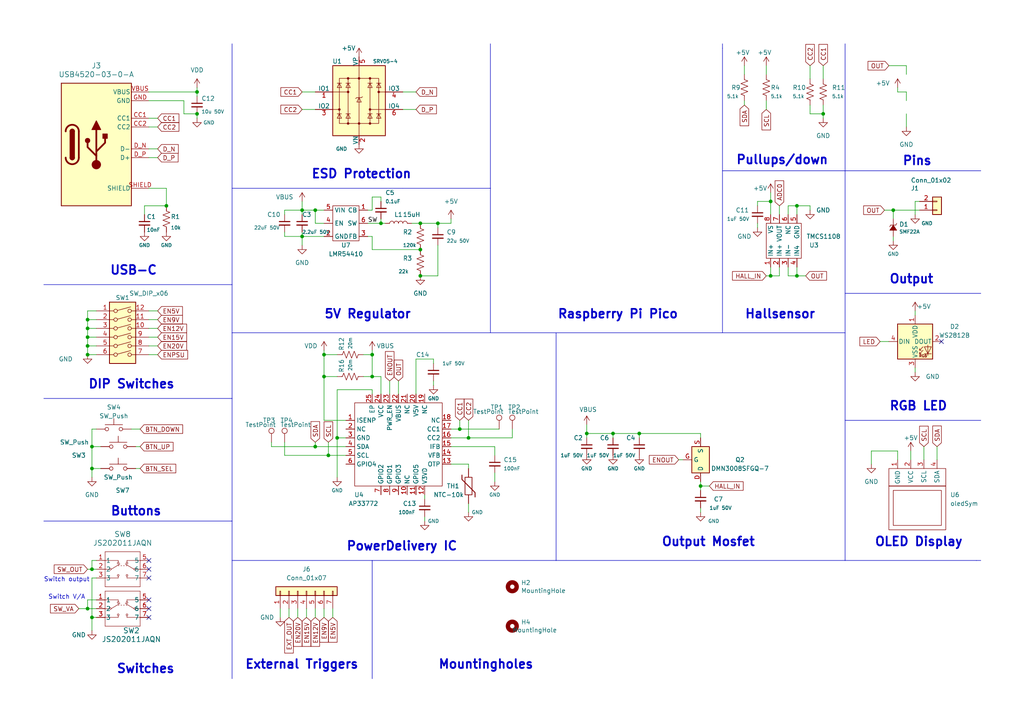
<source format=kicad_sch>
(kicad_sch (version 20230121) (generator eeschema)
  (paper "A4")
  (title_block (title "PD-LabSupply") (date "2023-11-26") (rev "3.1") (company "HTL Rankweil") (comment 1 "Johannes Melcher-Millner") (comment 2 "Manuel Mayrhofer"))
  (lib_symbols
    (symbol "-Chip:SRV05-4" (pin_names (offset 0))
      (property "Reference" "U" (at -5.08 11.43 0))
      (property "Value" "SRV05-4" (at 2.54 11.43 0))
      (symbol "SRV05-4_1_1"
        (pin passive line (at -12.7 2.54 0) (length 5.08) (name "IO1") (number "1"))
        (pin power_in line (at 0 -12.7 90) (length 2.54) (name "VN") (number "2"))
        (pin passive line (at -12.7 -2.54 0) (length 5.08) (name "IO2") (number "3"))
        (pin passive line (at 12.7 2.54 180) (length 5.08) (name "IO3") (number "4"))
        (pin power_in line (at 0 12.7 270) (length 2.54) (name "VP") (number "5"))
        (pin passive line (at 12.7 -2.54 180) (length 5.08) (name "IO4") (number "6"))
      )
    )
    (symbol "-Connector:Conn_01x02" (pin_names (offset 1.016) hide)
      (property "Reference" "J" (at 0 2.54 0))
      (property "Value" "Conn_01x02" (at 0 -5.08 0))
      (symbol "Conn_01x02_1_1"
        (pin passive line (at -5.08 0 0) (length 3.81) (name "Pin_1") (number "1"))
        (pin passive line (at -5.08 -2.54 0) (length 3.81) (name "Pin_2") (number "2"))
      )
    )
    (symbol "-Connector:MountingHole" (pin_names (offset 1.016))
      (property "Reference" "H" (at 0 5.08 0))
      (property "Value" "MountingHole" (at 0 3.175 0))
    )
    (symbol "-Connector:TestPoint" (pin_numbers hide) (pin_names (offset 0.762) hide)
      (property "Reference" "TP" (at 0 6.858 0))
      (property "Value" "TestPoint" (at 0 5.08 0))
      (symbol "TestPoint_1_1"
        (pin passive line (at 0 0 90) (length 2.54) (name "1") (number "1"))
      )
    )
    (symbol "-Discrete:Diode_TVS" (pin_numbers hide) (pin_names (offset 0.254) hide)
      (property "Reference" "D" (at 1.27 1.27 0))
      (property "Value" "Diode_TVS" (at 1.27 -1.27 0))
      (symbol "Diode_TVS_1_1"
        (pin passive line (at 0 2.54 270) (length 1.778) (name "K") (number "1"))
        (pin passive line (at 0 -2.54 90) (length 1.778) (name "A") (number "2"))
      )
    )
    (symbol "-Flag:+5V" (power) (pin_names (offset 0))
      (property "Value" "+5V" (at 0 3.556 0))
      (symbol "+5V_1_1"
        (pin power_in line (at 0 0 90) (length 0) hide (name "+5V") (number "1"))
      )
    )
    (symbol "-Flag:GND" (power) (pin_names (offset 0))
      (property "Value" "GND" (at 0 -3.81 0))
      (symbol "GND_1_1"
        (pin power_in line (at 0 0 270) (length 0) hide (name "GND") (number "1"))
      )
    )
    (symbol "-Flag:VBUS" (power) (pin_names (offset 0))
      (property "Value" "VBUS" (at 0 -3.81 0))
      (symbol "VBUS_1_1"
        (pin power_in line (at 0 0 90) (length 0) hide (name "VBUS") (number "1"))
      )
    )
    (symbol "-Passive:C" (pin_numbers hide) (pin_names (offset 0.254) hide)
      (property "Reference" "C" (at 0.254 1.778 0))
      (property "Value" "C" (at 0.254 -2.032 0))
      (symbol "C_1_1"
        (pin passive line (at 0 2.54 270) (length 2.032) (name "~") (number "1"))
        (pin passive line (at 0 -2.54 90) (length 2.032) (name "~") (number "2"))
      )
    )
    (symbol "-Passive:L" (pin_numbers hide) (pin_names (offset 1.016) hide)
      (property "Reference" "L" (at 0 -1.27 0))
      (property "Value" "L" (at 0 2.54 0))
      (symbol "L_1_1"
        (pin passive line (at -3.81 0 0) (length 1.27) (name "1") (number "1"))
        (pin passive line (at 3.81 0 180) (length 1.27) (name "2") (number "2"))
      )
    )
    (symbol "-Passive:R" (pin_numbers hide) (pin_names (offset 0))
      (property "Reference" "R" (at 2.54 1.27 0))
      (property "Value" "R" (at 3.81 -2.54 0))
      (symbol "R_1_1"
        (pin passive line (at 0 3.81 270) (length 1.27) (name "~") (number "1"))
        (pin passive line (at 0 -3.81 90) (length 1.27) (name "~") (number "2"))
      )
    )
    (symbol "AP2112K_3_3TRG1:AP2112K-3.3TRG1" (pin_names (offset 0.254))
      (property "Reference" "U" (at 12.7 15.24 0))
      (property "Value" "AP2112K-3.3TRG1" (at 12.7 12.7 0))
      (symbol "AP2112K-3.3TRG1_1_1"
        (pin unspecified line (at -2.54 6.35 0) (length 2.54) (name "VIN") (number "1"))
        (pin unspecified line (at -2.54 3.81 0) (length 2.54) (name "GND") (number "2"))
        (pin unspecified line (at 12.7 2.54 180) (length 2.54) (name "EN") (number "3"))
        (pin unspecified line (at 12.7 5.08 180) (length 2.54) (name "NC") (number "4"))
        (pin unspecified line (at 12.7 7.62 180) (length 2.54) (name "VOUT") (number "5"))
      )
    )
    (symbol "AP33772:AP33772"
      (property "Reference" "U" (at -5.08 30.48 0))
      (symbol "AP33772_1_1"
        (pin input line (at -2.54 19.05 0) (length 2.54) (name "ISENP") (number "1"))
        (pin input line (at 15.24 -2.54 90) (length 2.54) (name "NC") (number "10"))
        (pin input line (at 17.78 -2.54 90) (length 2.54) (name "GPIO5") (number "11"))
        (pin input line (at 20.32 -2.54 90) (length 2.54) (name "V3VD") (number "12"))
        (pin input line (at 27.94 6.35 180) (length 2.54) (name "OTP") (number "13"))
        (pin input line (at 27.94 8.89 180) (length 2.54) (name "VFB") (number "14"))
        (pin input line (at 27.94 11.43 180) (length 2.54) (name "IFB") (number "15"))
        (pin input line (at 27.94 13.97 180) (length 2.54) (name "CC2") (number "16"))
        (pin input line (at 27.94 16.51 180) (length 2.54) (name "CC1") (number "17"))
        (pin input line (at 27.94 19.05 180) (length 2.54) (name "NC") (number "18"))
        (pin input line (at 20.32 26.67 270) (length 2.54) (name "NC") (number "19"))
        (pin input line (at -2.54 16.51 0) (length 2.54) (name "NC") (number "2"))
        (pin input line (at 17.78 26.67 270) (length 2.54) (name "V5V") (number "20"))
        (pin input line (at 15.24 26.67 270) (length 2.54) (name "NC") (number "21"))
        (pin input line (at 12.7 26.67 270) (length 2.54) (name "VBUS") (number "22"))
        (pin input line (at 10.16 26.67 270) (length 2.54) (name "PWR_EN") (number "23"))
        (pin input line (at 7.62 26.67 270) (length 2.54) (name "VCC") (number "24"))
        (pin input line (at 5.08 26.67 270) (length 2.54) (name "EP") (number "25"))
        (pin input line (at -2.54 13.97 0) (length 2.54) (name "GND") (number "3"))
        (pin input line (at -2.54 11.43 0) (length 2.54) (name "SDA") (number "4"))
        (pin input line (at -2.54 8.89 0) (length 2.54) (name "SCL") (number "5"))
        (pin input line (at -2.54 6.35 0) (length 2.54) (name "GPIO4") (number "6"))
        (pin input line (at 7.62 -2.54 90) (length 2.54) (name "GPIO2") (number "7"))
        (pin input line (at 10.16 -2.54 90) (length 2.54) (name "GPIO1") (number "8"))
        (pin input line (at 12.7 -2.54 90) (length 2.54) (name "GPIO3") (number "9"))
      )
    )
    (symbol "Connector_Generic:Conn_01x07" (pin_names (offset 1.016) hide)
      (property "Reference" "J" (at 0 10.16 0))
      (property "Value" "Conn_01x07" (at 0 -10.16 0))
      (symbol "Conn_01x07_1_1"
        (pin passive line (at -5.08 7.62 0) (length 3.81) (name "Pin_1") (number "1"))
        (pin passive line (at -5.08 5.08 0) (length 3.81) (name "Pin_2") (number "2"))
        (pin passive line (at -5.08 2.54 0) (length 3.81) (name "Pin_3") (number "3"))
        (pin passive line (at -5.08 0 0) (length 3.81) (name "Pin_4") (number "4"))
        (pin passive line (at -5.08 -2.54 0) (length 3.81) (name "Pin_5") (number "5"))
        (pin passive line (at -5.08 -5.08 0) (length 3.81) (name "Pin_6") (number "6"))
        (pin passive line (at -5.08 -7.62 0) (length 3.81) (name "Pin_7") (number "7"))
      )
    )
    (symbol "Connector_Generic:Conn_02x02_Odd_Even" (pin_names (offset 1.016) hide)
      (property "Reference" "J" (at 1.27 2.54 0))
      (property "Value" "Conn_02x02_Odd_Even" (at 1.27 -5.08 0))
      (symbol "Conn_02x02_Odd_Even_1_1"
        (pin passive line (at -5.08 0 0) (length 3.81) (name "Pin_1") (number "1"))
        (pin passive line (at 7.62 0 180) (length 3.81) (name "Pin_2") (number "2"))
        (pin passive line (at -5.08 -2.54 0) (length 3.81) (name "Pin_3") (number "3"))
        (pin passive line (at 7.62 -2.54 180) (length 3.81) (name "Pin_4") (number "4"))
      )
    )
    (symbol "DMN3008SFGQ-7:DMN3008SFGQ-7"
      (property "Reference" "Q" (at 7.62 11.43 0))
      (property "Value" "DMN3008SFGQ-7" (at 7.62 8.89 0))
      (symbol "DMN3008SFGQ-7_1_1"
        (pin passive line (at 2.54 2.54 90) (length 2.54) (name "D") (number "D"))
        (pin passive line (at -2.54 8.89 0) (length 2.54) (name "G") (number "G"))
        (pin passive line (at 2.54 15.24 270) (length 2.54) (name "S") (number "S"))
      )
    )
    (symbol "Device:C" (pin_numbers hide) (pin_names (offset 0.254))
      (property "Reference" "C" (at 0.635 2.54 0))
      (property "Value" "C" (at 0.635 -2.54 0))
      (symbol "C_1_1"
        (pin passive line (at 0 3.81 270) (length 2.794) (name "~") (number "1"))
        (pin passive line (at 0 -3.81 90) (length 2.794) (name "~") (number "2"))
      )
    )
    (symbol "Device:Crystal_GND24" (pin_names (offset 1.016) hide)
      (property "Reference" "Y" (at 3.175 5.08 0))
      (property "Value" "Crystal_GND24" (at 3.175 3.175 0))
      (symbol "Crystal_GND24_1_1"
        (pin passive line (at -3.81 0 0) (length 1.27) (name "1") (number "1"))
        (pin passive line (at 0 5.08 270) (length 1.27) (name "2") (number "2"))
        (pin passive line (at 3.81 0 180) (length 1.27) (name "3") (number "3"))
        (pin passive line (at 0 -5.08 90) (length 1.27) (name "4") (number "4"))
      )
    )
    (symbol "Device:R" (pin_numbers hide) (pin_names (offset 0))
      (property "Reference" "R" (at 2.032 0 90))
      (property "Value" "R" (at 0 0 90))
      (symbol "R_1_1"
        (pin passive line (at 0 3.81 270) (length 1.27) (name "~") (number "1"))
        (pin passive line (at 0 -3.81 90) (length 1.27) (name "~") (number "2"))
      )
    )
    (symbol "Device:Thermistor" (pin_numbers hide) (pin_names (offset 0))
      (property "Reference" "TH" (at 2.54 1.27 90))
      (property "Value" "Thermistor" (at -2.54 0 90))
      (symbol "Thermistor_1_1"
        (pin passive line (at 0 5.08 270) (length 2.54) (name "~") (number "1"))
        (pin passive line (at 0 -5.08 90) (length 2.54) (name "~") (number "2"))
      )
    )
    (symbol "JS202011JAQN:JS202011JAQN" (pin_names (offset 0.254))
      (property "Reference" "SW" (at 12.7 7.62 0))
      (property "Value" "JS202011JAQN" (at 5.08 12.7 0))
      (symbol "JS202011JAQN_1_1"
        (pin unspecified line (at -2.54 7.62 0) (length 2.54) (name "1") (number "1"))
        (pin unspecified line (at -2.54 5.08 0) (length 2.54) (name "2") (number "2"))
        (pin unspecified line (at -2.54 2.54 0) (length 2.54) (name "3") (number "3"))
        (pin unspecified line (at 12.7 7.62 180) (length 2.54) (name "5") (number "5"))
        (pin unspecified line (at 12.7 5.08 180) (length 2.54) (name "6") (number "6"))
        (pin unspecified line (at 12.7 2.54 180) (length 2.54) (name "7") (number "7"))
      )
    )
    (symbol "LED:WS2812B" (pin_names (offset 0.254))
      (property "Reference" "D" (at 5.08 5.715 0))
      (property "Value" "WS2812B" (at 1.27 -5.715 0))
      (symbol "WS2812B_0_0"
        (text "RGB" (at 2.286 -4.191 0) (effects (font (size 0.762 0.762))))
      )
      (symbol "WS2812B_1_1"
        (pin power_in line (at 0 7.62 270) (length 2.54) (name "VDD") (number "1"))
        (pin output line (at 7.62 0 180) (length 2.54) (name "DOUT") (number "2"))
        (pin power_in line (at 0 -7.62 90) (length 2.54) (name "VSS") (number "3"))
        (pin input line (at -7.62 0 0) (length 2.54) (name "DIN") (number "4"))
      )
    )
    (symbol "LMR54410:LMR54410"
      (property "Reference" "U" (at -1.27 -7.62 0))
      (property "Value" "LMR54410" (at -7.62 -11.43 0))
      (symbol "LMR54410_1_1"
        (pin input line (at 6.35 3.81 180) (length 2.54) (name "CB") (number "1"))
        (pin input line (at -6.35 -3.81 0) (length 2.54) (name "GND") (number "2"))
        (pin input line (at 6.35 -3.81 180) (length 2.54) (name "FB") (number "3"))
        (pin input line (at -6.35 0 0) (length 2.54) (name "EN") (number "4"))
        (pin input line (at -6.35 3.81 0) (length 2.54) (name "VIN") (number "5"))
        (pin input line (at 6.35 0 180) (length 2.54) (name "SW") (number "6"))
      )
    )
    (symbol "MCU_RaspberryPi:RP2040"
      (property "Reference" "U" (at 17.78 45.72 0))
      (property "Value" "RP2040" (at 17.78 43.18 0))
      (symbol "RP2040_1_1"
        (pin power_in line (at 2.54 45.72 270) (length 3.81) (name "IOVDD") (number "1"))
        (pin passive line (at 2.54 45.72 270) (length 3.81) hide (name "IOVDD") (number "10"))
        (pin bidirectional line (at 25.4 17.78 180) (length 3.81) (name "GPIO8") (number "11"))
        (pin bidirectional line (at 25.4 15.24 180) (length 3.81) (name "GPIO9") (number "12"))
        (pin bidirectional line (at 25.4 12.7 180) (length 3.81) (name "GPIO10") (number "13"))
        (pin bidirectional line (at 25.4 10.16 180) (length 3.81) (name "GPIO11") (number "14"))
        (pin bidirectional line (at 25.4 7.62 180) (length 3.81) (name "GPIO12") (number "15"))
        (pin bidirectional line (at 25.4 5.08 180) (length 3.81) (name "GPIO13") (number "16"))
        (pin bidirectional line (at 25.4 2.54 180) (length 3.81) (name "GPIO14") (number "17"))
        (pin bidirectional line (at 25.4 0 180) (length 3.81) (name "GPIO15") (number "18"))
        (pin input line (at -25.4 -38.1 0) (length 3.81) (name "TESTEN") (number "19"))
        (pin bidirectional line (at 25.4 38.1 180) (length 3.81) (name "GPIO0") (number "2"))
        (pin input line (at -25.4 -7.62 0) (length 3.81) (name "XIN") (number "20"))
        (pin passive line (at -25.4 -17.78 0) (length 3.81) (name "XOUT") (number "21"))
        (pin passive line (at 2.54 45.72 270) (length 3.81) hide (name "IOVDD") (number "22"))
        (pin power_in line (at -2.54 45.72 270) (length 3.81) (name "DVDD") (number "23"))
        (pin input line (at -25.4 -27.94 0) (length 3.81) (name "SWCLK") (number "24"))
        (pin bidirectional line (at -25.4 -30.48 0) (length 3.81) (name "SWD") (number "25"))
        (pin input line (at -25.4 38.1 0) (length 3.81) (name "RUN") (number "26"))
        (pin bidirectional line (at 25.4 -2.54 180) (length 3.81) (name "GPIO16") (number "27"))
        (pin bidirectional line (at 25.4 -5.08 180) (length 3.81) (name "GPIO17") (number "28"))
        (pin bidirectional line (at 25.4 -7.62 180) (length 3.81) (name "GPIO18") (number "29"))
        (pin bidirectional line (at 25.4 35.56 180) (length 3.81) (name "GPIO1") (number "3"))
        (pin bidirectional line (at 25.4 -10.16 180) (length 3.81) (name "GPIO19") (number "30"))
        (pin bidirectional line (at 25.4 -12.7 180) (length 3.81) (name "GPIO20") (number "31"))
        (pin bidirectional line (at 25.4 -15.24 180) (length 3.81) (name "GPIO21") (number "32"))
        (pin passive line (at 2.54 45.72 270) (length 3.81) hide (name "IOVDD") (number "33"))
        (pin bidirectional line (at 25.4 -17.78 180) (length 3.81) (name "GPIO22") (number "34"))
        (pin bidirectional line (at 25.4 -20.32 180) (length 3.81) (name "GPIO23") (number "35"))
        (pin bidirectional line (at 25.4 -22.86 180) (length 3.81) (name "GPIO24") (number "36"))
        (pin bidirectional line (at 25.4 -25.4 180) (length 3.81) (name "GPIO25") (number "37"))
        (pin bidirectional line (at 25.4 -30.48 180) (length 3.81) (name "GPIO26_ADC0") (number "38"))
        (pin bidirectional line (at 25.4 -33.02 180) (length 3.81) (name "GPIO27_ADC1") (number "39"))
        (pin bidirectional line (at 25.4 33.02 180) (length 3.81) (name "GPIO2") (number "4"))
        (pin bidirectional line (at 25.4 -35.56 180) (length 3.81) (name "GPIO28_ADC2") (number "40"))
        (pin bidirectional line (at 25.4 -38.1 180) (length 3.81) (name "GPIO29_ADC3") (number "41"))
        (pin passive line (at 2.54 45.72 270) (length 3.81) hide (name "IOVDD") (number "42"))
        (pin power_in line (at 7.62 45.72 270) (length 3.81) (name "ADC_AVDD") (number "43"))
        (pin power_in line (at 10.16 45.72 270) (length 3.81) (name "VREG_IN") (number "44"))
        (pin power_out line (at -5.08 45.72 270) (length 3.81) (name "VREG_VOUT") (number "45"))
        (pin bidirectional line (at -25.4 27.94 0) (length 3.81) (name "USB_DM") (number "46"))
        (pin bidirectional line (at -25.4 30.48 0) (length 3.81) (name "USB_DP") (number "47"))
        (pin power_in line (at 5.08 45.72 270) (length 3.81) (name "USB_VDD") (number "48"))
        (pin passive line (at 2.54 45.72 270) (length 3.81) hide (name "IOVDD") (number "49"))
        (pin bidirectional line (at 25.4 30.48 180) (length 3.81) (name "GPIO3") (number "5"))
        (pin passive line (at -2.54 45.72 270) (length 3.81) hide (name "DVDD") (number "50"))
        (pin bidirectional line (at -25.4 7.62 0) (length 3.81) (name "QSPI_SD3") (number "51"))
        (pin output line (at -25.4 5.08 0) (length 3.81) (name "QSPI_SCLK") (number "52"))
        (pin bidirectional line (at -25.4 15.24 0) (length 3.81) (name "QSPI_SD0") (number "53"))
        (pin bidirectional line (at -25.4 10.16 0) (length 3.81) (name "QSPI_SD2") (number "54"))
        (pin bidirectional line (at -25.4 12.7 0) (length 3.81) (name "QSPI_SD1") (number "55"))
        (pin bidirectional line (at -25.4 20.32 0) (length 3.81) (name "QSPI_SS") (number "56"))
        (pin power_in line (at 0 -45.72 90) (length 3.81) (name "GND") (number "57"))
        (pin bidirectional line (at 25.4 27.94 180) (length 3.81) (name "GPIO4") (number "6"))
        (pin bidirectional line (at 25.4 25.4 180) (length 3.81) (name "GPIO5") (number "7"))
        (pin bidirectional line (at 25.4 22.86 180) (length 3.81) (name "GPIO6") (number "8"))
        (pin bidirectional line (at 25.4 20.32 180) (length 3.81) (name "GPIO7") (number "9"))
      )
    )
    (symbol "PCM_4ms_Power-symbol:+3.3V" (power) (pin_names (offset 0))
      (property "Value" "+3.3V" (at 0 3.556 0))
      (symbol "+3.3V_1_1"
        (pin power_in line (at 0 0 90) (length 0) hide (name "+3V3") (number "1"))
      )
    )
    (symbol "Switch:SW_DIP_x06" (pin_names (offset 0) hide)
      (property "Reference" "SW" (at 0 11.43 0))
      (property "Value" "SW_DIP_x06" (at 0 -8.89 0))
      (symbol "SW_DIP_x06_1_1"
        (pin passive line (at -7.62 7.62 0) (length 5.08) (name "~") (number "1"))
        (pin passive line (at 7.62 2.54 180) (length 5.08) (name "~") (number "10"))
        (pin passive line (at 7.62 5.08 180) (length 5.08) (name "~") (number "11"))
        (pin passive line (at 7.62 7.62 180) (length 5.08) (name "~") (number "12"))
        (pin passive line (at -7.62 5.08 0) (length 5.08) (name "~") (number "2"))
        (pin passive line (at -7.62 2.54 0) (length 5.08) (name "~") (number "3"))
        (pin passive line (at -7.62 0 0) (length 5.08) (name "~") (number "4"))
        (pin passive line (at -7.62 -2.54 0) (length 5.08) (name "~") (number "5"))
        (pin passive line (at -7.62 -5.08 0) (length 5.08) (name "~") (number "6"))
        (pin passive line (at 7.62 -5.08 180) (length 5.08) (name "~") (number "7"))
        (pin passive line (at 7.62 -2.54 180) (length 5.08) (name "~") (number "8"))
        (pin passive line (at 7.62 0 180) (length 5.08) (name "~") (number "9"))
      )
    )
    (symbol "Switch:SW_Push" (pin_numbers hide) (pin_names (offset 1.016) hide)
      (property "Reference" "SW" (at 1.27 2.54 0))
      (property "Value" "SW_Push" (at 0 -1.524 0))
      (symbol "SW_Push_0_1"
        (pin passive line (at -5.08 0 0) (length 2.54) (name "1") (number "1"))
        (pin passive line (at 5.08 0 180) (length 2.54) (name "2") (number "2"))
      )
    )
    (symbol "TMCS1108:TMCS1108"
      (property "Reference" "U" (at 0 -7.62 0))
      (property "Value" "TMCS1108" (at 0 -10.16 0))
      (symbol "TMCS1108_1_1"
        (pin input line (at -7.62 3.81 0) (length 2.54) (name "IN+") (number "1"))
        (pin input line (at -7.62 1.27 0) (length 2.54) (name "IN+") (number "2"))
        (pin input line (at -7.62 -1.27 0) (length 2.54) (name "IN-") (number "3"))
        (pin input line (at -7.62 -3.81 0) (length 2.54) (name "IN4") (number "4"))
        (pin input line (at 7.62 -3.81 180) (length 2.54) (name "GND") (number "5"))
        (pin input line (at 7.62 -1.27 180) (length 2.54) (name "NC") (number "6"))
        (pin input line (at 7.62 1.27 180) (length 2.54) (name "VOUT") (number "7"))
        (pin input line (at 7.62 3.81 180) (length 2.54) (name "VS") (number "8"))
      )
    )
    (symbol "USB4520_03_0_A:USB4520-03-0-A" (pin_names (offset 0.254))
      (property "Reference" "J" (at 8.89 6.35 0))
      (property "Value" "USB4520-03-0-A" (at 0 0 0))
      (symbol "USB4520-03-0-A_1_1"
        (pin bidirectional line (at 25.4 -10.16 180) (length 5.08) (name "CC1") (number "CC1"))
        (pin bidirectional line (at 25.4 -12.7 180) (length 5.08) (name "CC2") (number "CC2"))
        (pin bidirectional line (at 25.4 -19.05 180) (length 5.08) (name "D-") (number "D_N"))
        (pin bidirectional line (at 25.4 -21.59 180) (length 5.08) (name "D+") (number "D_P"))
        (pin passive line (at 25.4 -5.08 180) (length 5.08) (name "GND") (number "GND"))
        (pin passive line (at 25.4 -30.48 180) (length 5.08) (name "SHIELD") (number "SHIELD"))
        (pin passive line (at 25.4 -2.54 180) (length 5.08) (name "VBUS") (number "VBUS"))
      )
      (symbol "USB4520-03-0-A_1_2"
        (pin unspecified line (at 0 0 0) (length 5.08) (name "1") (number "1"))
        (pin unspecified line (at 0 -27.94 0) (length 5.08) (name "10") (number "10"))
        (pin unspecified line (at 0 -7.62 0) (length 5.08) (name "11") (number "11"))
        (pin unspecified line (at 0 -2.54 0) (length 5.08) (name "12") (number "12"))
        (pin unspecified line (at 0 -30.48 0) (length 5.08) (name "13") (number "13"))
        (pin unspecified line (at 0 -33.02 0) (length 5.08) (name "14") (number "14"))
        (pin unspecified line (at 0 -35.56 0) (length 5.08) (name "15") (number "15"))
        (pin unspecified line (at 0 -38.1 0) (length 5.08) (name "16") (number "16"))
        (pin unspecified line (at 0 -5.08 0) (length 5.08) (name "2") (number "2"))
        (pin unspecified line (at 0 -10.16 0) (length 5.08) (name "3") (number "3"))
        (pin unspecified line (at 0 -12.7 0) (length 5.08) (name "4") (number "4"))
        (pin unspecified line (at 0 -15.24 0) (length 5.08) (name "5") (number "5"))
        (pin unspecified line (at 0 -17.78 0) (length 5.08) (name "6") (number "6"))
        (pin unspecified line (at 0 -20.32 0) (length 5.08) (name "7") (number "7"))
        (pin unspecified line (at 0 -22.86 0) (length 5.08) (name "8") (number "8"))
        (pin unspecified line (at 0 -25.4 0) (length 5.08) (name "9") (number "9"))
      )
    )
    (symbol "W25Q16JVSSIQ:W25Q16JVSSIQ" (pin_names (offset 0.254))
      (property "Reference" "U" (at 12.7 20.32 0))
      (property "Value" "W25Q16JVSSIQ" (at 12.7 17.78 0))
      (symbol "W25Q16JVSSIQ_1_1"
        (pin unspecified line (at -2.54 10.16 0) (length 2.54) (name "~{CS}") (number "1"))
        (pin unspecified line (at -2.54 7.62 0) (length 2.54) (name "DO(IO1)") (number "2"))
        (pin unspecified line (at -2.54 5.08 0) (length 2.54) (name "~{WP}(IO2)") (number "3"))
        (pin unspecified line (at -2.54 2.54 0) (length 2.54) (name "GND") (number "4"))
        (pin unspecified line (at 27.94 2.54 180) (length 2.54) (name "DI(IO0)") (number "5"))
        (pin unspecified clock (at 27.94 5.08 180) (length 2.54) (name "CLK") (number "6"))
        (pin unspecified line (at 27.94 7.62 180) (length 2.54) (name "~{HOLD/RESET}(IO3)") (number "7"))
        (pin unspecified line (at 27.94 10.16 180) (length 2.54) (name "VCC") (number "8"))
      )
    )
    (symbol "oled:oledSym"
      (property "Reference" "U" (at -7.62 2.54 0))
      (property "Value" "oledSym" (at 0 10.16 0))
      (symbol "oledSym_1_1"
        (pin input line (at -5.08 3.81 270) (length 2.54) (name "GND") (number "1"))
        (pin input line (at -1.27 3.81 270) (length 2.54) (name "VCC") (number "2"))
        (pin input line (at 2.54 3.81 270) (length 2.54) (name "SCL") (number "3"))
        (pin input line (at 6.35 3.81 270) (length 2.54) (name "SDA") (number "4"))
      )
    )
    (symbol "power:GND" (power) (pin_names (offset 0))
      (property "Value" "GND" (at 0 -3.81 0))
      (symbol "GND_1_1"
        (pin power_in line (at 0 0 270) (length 0) hide (name "GND") (number "1"))
      )
    )
    (symbol "power:VDD" (power) (pin_names (offset 0))
      (property "Value" "VDD" (at 0 3.81 0))
      (symbol "VDD_1_1"
        (pin power_in line (at 0 0 90) (length 0) hide (name "VDD") (number "1"))
      )
    )
    (symbol "rpi-pico-debugger-shoe-rescue:+3.3V-power" (power) (pin_names (offset 0))
      (property "Value" "+3.3V-power" (at 0 3.556 0))
      (symbol "+3.3V-power_1_1"
        (pin power_in line (at 0 0 90) (length 0) hide (name "+3V3") (number "1"))
      )
    )
  )
  (junction (at 93.98 102.87))
  (junction (at 26.67 129.54))
  (junction (at 177.8 125.73))
  (junction (at 349.25 5.08))
  (junction (at 259.08 60.96))
  (junction (at 414.02 130.81))
  (junction (at 361.95 5.08))
  (junction (at 238.76 33.02))
  (junction (at 87.63 68.58))
  (junction (at 25.4 102.87))
  (junction (at 91.44 60.96))
  (junction (at 127 64.77))
  (junction (at 405.13 113.03))
  (junction (at 359.41 5.08))
  (junction (at 231.14 59.69))
  (junction (at 95.25 132.08))
  (junction (at 170.18 125.73))
  (junction (at 97.79 127))
  (junction (at 107.95 109.22))
  (junction (at 57.15 26.67))
  (junction (at 25.4 92.71))
  (junction (at 203.2 140.97))
  (junction (at 133.35 124.46))
  (junction (at 223.52 80.01))
  (junction (at 349.25 -5.08))
  (junction (at 434.34 -1.27))
  (junction (at 336.55 -5.08))
  (junction (at 361.95 -2.54))
  (junction (at 185.42 125.73))
  (junction (at 400.05 -1.27))
  (junction (at 422.91 123.19))
  (junction (at 445.77 -1.27))
  (junction (at 435.61 91.44))
  (junction (at 25.4 176.53))
  (junction (at 93.98 109.22))
  (junction (at 121.92 64.77))
  (junction (at 422.91 -1.27))
  (junction (at 25.4 97.79))
  (junction (at 342.9 -5.08))
  (junction (at 25.4 95.25))
  (junction (at 25.4 100.33))
  (junction (at 107.95 102.87))
  (junction (at 422.91 113.03))
  (junction (at 121.92 80.01))
  (junction (at 411.48 -1.27))
  (junction (at 435.61 87.63))
  (junction (at 405.13 123.19))
  (junction (at 370.84 -2.54))
  (junction (at 223.52 58.42))
  (junction (at 377.19 -2.54))
  (junction (at 87.63 60.96))
  (junction (at 26.67 135.89))
  (junction (at 121.92 72.39))
  (junction (at 441.96 39.37))
  (junction (at 356.87 5.08))
  (junction (at 48.26 59.69))
  (junction (at 57.15 33.02))
  (junction (at 110.49 64.77))
  (junction (at 135.89 127))
  (junction (at 486.41 91.44))
  (junction (at 231.14 80.01))
  (junction (at 26.67 165.1))
  (junction (at 472.44 38.1))
  (junction (at 91.44 129.54))
  (junction (at 26.67 179.07))
  (no_connect (at 464.82 40.64))
  (no_connect (at 43.18 179.07))
  (no_connect (at 43.18 167.64))
  (no_connect (at 273.05 99.06))
  (no_connect (at 43.18 176.53))
  (no_connect (at 43.18 173.99))
  (no_connect (at 43.18 162.56))
  (no_connect (at 43.18 165.1))
  (wire (pts (xy 121.92 80.01) (xy 127 80.01)))
  (wire (pts (xy 228.6 77.47) (xy 228.6 80.01)))
  (wire (pts (xy 400.05 7.62) (xy 400.05 8.89)))
  (wire (pts (xy 25.4 100.33) (xy 27.94 100.33)))
  (polyline (pts (xy 67.31 54.61) (xy 116.84 54.61)))
  (polyline (pts (xy 209.55 13.97) (xy 209.55 96.52)))
  (wire (pts (xy 228.6 59.69) (xy 228.6 62.23)))
  (wire (pts (xy 43.18 26.67) (xy 57.15 26.67)))
  (wire (pts (xy 222.25 29.21) (xy 222.25 31.75)))
  (wire (pts (xy 91.44 129.54) (xy 100.33 129.54)))
  (wire (pts (xy 125.73 104.14) (xy 125.73 105.41)))
  (wire (pts (xy 435.61 91.44) (xy 438.15 91.44)))
  (wire (pts (xy 38.1 124.46) (xy 40.64 124.46)))
  (wire (pts (xy 43.18 90.17) (xy 45.72 90.17)))
  (wire (pts (xy 123.19 149.86) (xy 123.19 151.13)))
  (wire (pts (xy 434.34 0) (xy 434.34 -1.27)))
  (wire (pts (xy 107.95 102.87) (xy 107.95 109.22)))
  (wire (pts (xy 346.71 5.08) (xy 349.25 5.08)))
  (polyline (pts (xy 245.11 85.09) (xy 284.48 85.09)))
  (wire (pts (xy 354.33 5.08) (xy 356.87 5.08)))
  (wire (pts (xy 414.02 130.81) (xy 414.02 133.35)))
  (wire (pts (xy 88.9 179.07) (xy 88.9 176.53)))
  (wire (pts (xy 262.89 19.05) (xy 262.89 21.59)))
  (wire (pts (xy 472.44 39.37) (xy 472.44 38.1)))
  (wire (pts (xy 87.63 31.75) (xy 91.44 31.75)))
  (wire (pts (xy 323.85 38.1) (xy 326.39 38.1)))
  (wire (pts (xy 143.51 129.54) (xy 130.81 129.54)))
  (wire (pts (xy 87.63 68.58) (xy 87.63 71.12)))
  (wire (pts (xy 231.14 62.23) (xy 231.14 59.69)))
  (wire (pts (xy 215.9 29.21) (xy 215.9 30.48)))
  (wire (pts (xy 381 33.02) (xy 377.19 33.02)))
  (wire (pts (xy 43.18 97.79) (xy 45.72 97.79)))
  (wire (pts (xy 264.16 130.81) (xy 264.16 133.35)))
  (wire (pts (xy 330.2 -3.81) (xy 330.2 -5.08)))
  (wire (pts (xy 422.91 123.19) (xy 422.91 124.46)))
  (wire (pts (xy 434.34 40.64) (xy 434.34 39.37)))
  (wire (pts (xy 377.19 45.72) (xy 381 45.72)))
  (wire (pts (xy 313.69 22.86) (xy 316.23 22.86)))
  (wire (pts (xy 43.18 95.25) (xy 45.72 95.25)))
  (wire (pts (xy 468.63 91.44) (xy 486.41 91.44)))
  (wire (pts (xy 170.18 127) (xy 170.18 125.73)))
  (wire (pts (xy 110.49 64.77) (xy 110.49 63.5)))
  (wire (pts (xy 143.51 137.16) (xy 143.51 139.7)))
  (wire (pts (xy 87.63 60.96) (xy 87.63 62.23)))
  (wire (pts (xy 107.95 114.3) (xy 107.95 113.03)))
  (polyline (pts (xy 67.31 12.7) (xy 67.31 82.55)))
  (wire (pts (xy 445.77 7.62) (xy 445.77 8.89)))
  (wire (pts (xy 93.98 179.07) (xy 93.98 176.53)))
  (wire (pts (xy 434.34 -1.27) (xy 422.91 -1.27)))
  (wire (pts (xy 223.52 62.23) (xy 223.52 58.42)))
  (wire (pts (xy 228.6 80.01) (xy 231.14 80.01)))
  (wire (pts (xy 448.31 41.91) (xy 449.58 41.91)))
  (wire (pts (xy 486.41 91.44) (xy 486.41 92.71)))
  (wire (pts (xy 110.49 109.22) (xy 110.49 114.3)))
  (wire (pts (xy 361.95 -2.54) (xy 370.84 -2.54)))
  (wire (pts (xy 25.4 100.33) (xy 25.4 102.87)))
  (wire (pts (xy 471.17 93.98) (xy 468.63 93.98)))
  (wire (pts (xy 402.59 113.03) (xy 405.13 113.03)))
  (wire (pts (xy 323.85 60.96) (xy 326.39 60.96)))
  (wire (pts (xy 405.13 123.19) (xy 405.13 113.03)))
  (wire (pts (xy 255.27 99.06) (xy 257.81 99.06)))
  (wire (pts (xy 26.67 165.1) (xy 26.67 162.56)))
  (wire (pts (xy 464.82 43.18) (xy 467.36 43.18)))
  (wire (pts (xy 472.44 44.45) (xy 472.44 45.72)))
  (wire (pts (xy 219.71 58.42) (xy 219.71 59.69)))
  (wire (pts (xy 231.14 59.69) (xy 228.6 59.69)))
  (wire (pts (xy 238.76 19.05) (xy 238.76 22.86)))
  (wire (pts (xy 349.25 5.08) (xy 349.25 7.62)))
  (wire (pts (xy 87.63 26.67) (xy 91.44 26.67)))
  (wire (pts (xy 422.91 7.62) (xy 422.91 8.89)))
  (wire (pts (xy 116.84 31.75) (xy 120.65 31.75)))
  (wire (pts (xy 53.34 33.02) (xy 57.15 33.02)))
  (wire (pts (xy 43.18 102.87) (xy 45.72 102.87)))
  (wire (pts (xy 130.81 63.5) (xy 130.81 64.77)))
  (wire (pts (xy 26.67 179.07) (xy 27.94 179.07)))
  (wire (pts (xy 271.78 129.54) (xy 271.78 133.35)))
  (wire (pts (xy 25.4 176.53) (xy 25.4 173.99)))
  (wire (pts (xy 259.08 60.96) (xy 266.7 60.96)))
  (wire (pts (xy 361.95 -2.54) (xy 361.95 5.08)))
  (wire (pts (xy 435.61 85.09) (xy 435.61 87.63)))
  (wire (pts (xy 25.4 102.87) (xy 27.94 102.87)))
  (wire (pts (xy 422.91 121.92) (xy 422.91 123.19)))
  (wire (pts (xy 91.44 64.77) (xy 91.44 60.96)))
  (wire (pts (xy 41.91 62.23) (xy 41.91 59.69)))
  (wire (pts (xy 96.52 179.07) (xy 96.52 176.53)))
  (wire (pts (xy 143.51 132.08) (xy 143.51 129.54)))
  (wire (pts (xy 345.44 138.43) (xy 345.44 139.7)))
  (wire (pts (xy 43.18 92.71) (xy 45.72 92.71)))
  (wire (pts (xy 130.81 127) (xy 135.89 127)))
  (wire (pts (xy 105.41 102.87) (xy 107.95 102.87)))
  (wire (pts (xy 259.08 63.5) (xy 259.08 60.96)))
  (wire (pts (xy 95.25 132.08) (xy 95.25 128.27)))
  (wire (pts (xy 25.4 90.17) (xy 27.94 90.17)))
  (wire (pts (xy 436.88 99.06) (xy 438.15 99.06)))
  (wire (pts (xy 233.68 80.01) (xy 231.14 80.01)))
  (wire (pts (xy 26.67 124.46) (xy 27.94 124.46)))
  (polyline (pts (xy 142.24 12.7) (xy 142.24 54.61)))
  (wire (pts (xy 434.34 7.62) (xy 434.34 8.89)))
  (wire (pts (xy 43.18 29.21) (xy 53.34 29.21)))
  (wire (pts (xy 323.85 40.64) (xy 326.39 40.64)))
  (wire (pts (xy 93.98 121.92) (xy 93.98 109.22)))
  (wire (pts (xy 467.36 52.07) (xy 441.96 52.07)))
  (polyline (pts (xy 67.31 82.55) (xy 67.31 96.52)))
  (polyline (pts (xy 283.21 162.56) (xy 284.48 162.56)))
  (polyline (pts (xy 67.31 162.56) (xy 107.95 162.56)))
  (wire (pts (xy 342.9 -5.08) (xy 342.9 -3.81)))
  (wire (pts (xy 381 30.48) (xy 377.19 30.48)))
  (wire (pts (xy 471.17 96.52) (xy 468.63 96.52)))
  (wire (pts (xy 82.55 60.96) (xy 87.63 60.96)))
  (wire (pts (xy 441.96 39.37) (xy 441.96 36.83)))
  (wire (pts (xy 185.42 127) (xy 185.42 125.73)))
  (wire (pts (xy 422.91 113.03) (xy 422.91 114.3)))
  (wire (pts (xy 326.39 15.24) (xy 320.04 15.24)))
  (wire (pts (xy 445.77 -1.27) (xy 434.34 -1.27)))
  (wire (pts (xy 323.85 48.26) (xy 326.39 48.26)))
  (polyline (pts (xy 67.31 115.57) (xy 12.7 115.57)))
  (wire (pts (xy 25.4 173.99) (xy 27.94 173.99)))
  (wire (pts (xy 110.49 64.77) (xy 111.76 64.77)))
  (wire (pts (xy 359.41 135.89) (xy 360.68 135.89)))
  (wire (pts (xy 25.4 92.71) (xy 27.94 92.71)))
  (wire (pts (xy 381 66.04) (xy 377.19 66.04)))
  (wire (pts (xy 260.35 26.67) (xy 262.89 26.67)))
  (wire (pts (xy 177.8 125.73) (xy 170.18 125.73)))
  (wire (pts (xy 127 66.04) (xy 127 64.77)))
  (wire (pts (xy 107.95 113.03) (xy 97.79 113.03)))
  (wire (pts (xy 45.72 45.72) (xy 43.18 45.72)))
  (wire (pts (xy 361.95 7.62) (xy 361.95 5.08)))
  (wire (pts (xy 82.55 62.23) (xy 82.55 60.96)))
  (polyline (pts (xy 142.24 96.52) (xy 142.24 54.61)))
  (wire (pts (xy 53.34 29.21) (xy 53.34 33.02)))
  (wire (pts (xy 356.87 5.08) (xy 359.41 5.08)))
  (wire (pts (xy 422.91 113.03) (xy 425.45 113.03)))
  (wire (pts (xy 417.83 123.19) (xy 422.91 123.19)))
  (wire (pts (xy 262.89 33.02) (xy 262.89 36.83)))
  (wire (pts (xy 107.95 101.6) (xy 107.95 102.87)))
  (wire (pts (xy 234.95 59.69) (xy 231.14 59.69)))
  (wire (pts (xy 219.71 58.42) (xy 223.52 58.42)))
  (wire (pts (xy 377.19 -2.54) (xy 377.19 0)))
  (wire (pts (xy 336.55 -5.08) (xy 342.9 -5.08)))
  (wire (pts (xy 259.08 68.58) (xy 259.08 69.85)))
  (wire (pts (xy 336.55 -5.08) (xy 330.2 -5.08)))
  (wire (pts (xy 342.9 3.81) (xy 342.9 5.08)))
  (polyline (pts (xy 142.24 54.61) (xy 142.24 54.61)))
  (wire (pts (xy 100.33 121.92) (xy 93.98 121.92)))
  (polyline (pts (xy 209.55 12.7) (xy 209.55 13.97)))
  (wire (pts (xy 121.92 72.39) (xy 107.95 72.39)))
  (wire (pts (xy 381 38.1) (xy 377.19 38.1)))
  (polyline (pts (xy 245.11 12.7) (xy 245.11 96.52)))
  (wire (pts (xy 87.63 58.42) (xy 87.63 60.96)))
  (wire (pts (xy 412.75 88.9) (xy 412.75 87.63)))
  (wire (pts (xy 170.18 125.73) (xy 170.18 123.19)))
  (wire (pts (xy 435.61 87.63) (xy 435.61 91.44)))
  (wire (pts (xy 43.18 54.61) (xy 48.26 54.61)))
  (wire (pts (xy 110.49 57.15) (xy 110.49 58.42)))
  (wire (pts (xy 78.74 129.54) (xy 78.74 128.27)))
  (wire (pts (xy 107.95 72.39) (xy 107.95 68.58)))
  (wire (pts (xy 231.14 80.01) (xy 231.14 77.47)))
  (wire (pts (xy 177.8 127) (xy 177.8 125.73)))
  (wire (pts (xy 265.43 58.42) (xy 266.7 58.42)))
  (polyline (pts (xy 107.95 162.56) (xy 161.29 162.56)))
  (polyline (pts (xy 67.31 96.52) (xy 142.24 96.52)))
  (polyline (pts (xy 142.24 96.52) (xy 209.55 96.52)))
  (wire (pts (xy 265.43 58.42) (xy 265.43 62.23)))
  (wire (pts (xy 113.03 110.49) (xy 113.03 114.3)))
  (wire (pts (xy 106.68 60.96) (xy 107.95 60.96)))
  (wire (pts (xy 25.4 165.1) (xy 26.67 165.1)))
  (wire (pts (xy 320.04 15.24) (xy 320.04 12.7)))
  (wire (pts (xy 467.36 43.18) (xy 467.36 52.07)))
  (wire (pts (xy 185.42 125.73) (xy 177.8 125.73)))
  (wire (pts (xy 45.72 36.83) (xy 43.18 36.83)))
  (wire (pts (xy 370.84 -2.54) (xy 370.84 0)))
  (wire (pts (xy 356.87 5.08) (xy 356.87 7.62)))
  (wire (pts (xy 123.19 144.78) (xy 123.19 143.51)))
  (wire (pts (xy 434.34 45.72) (xy 434.34 48.26)))
  (wire (pts (xy 135.89 135.89) (xy 135.89 134.62)))
  (wire (pts (xy 203.2 148.59) (xy 203.2 147.32)))
  (wire (pts (xy 381 35.56) (xy 377.19 35.56)))
  (wire (pts (xy 135.89 127) (xy 135.89 121.92)))
  (wire (pts (xy 203.2 140.97) (xy 203.2 139.7)))
  (wire (pts (xy 252.73 130.81) (xy 252.73 134.62)))
  (wire (pts (xy 87.63 67.31) (xy 87.63 68.58)))
  (wire (pts (xy 370.84 -2.54) (xy 377.19 -2.54)))
  (polyline (pts (xy 245.11 49.53) (xy 284.48 49.53)))
  (wire (pts (xy 22.86 176.53) (xy 25.4 176.53)))
  (wire (pts (xy 323.85 33.02) (xy 326.39 33.02)))
  (wire (pts (xy 93.98 109.22) (xy 97.79 109.22)))
  (wire (pts (xy 381 25.4) (xy 377.19 25.4)))
  (wire (pts (xy 57.15 26.67) (xy 57.15 27.94)))
  (wire (pts (xy 106.68 64.77) (xy 110.49 64.77)))
  (wire (pts (xy 43.18 100.33) (xy 45.72 100.33)))
  (wire (pts (xy 26.67 135.89) (xy 26.67 138.43)))
  (wire (pts (xy 405.13 132.08) (xy 405.13 133.35)))
  (wire (pts (xy 25.4 176.53) (xy 27.94 176.53)))
  (wire (pts (xy 105.41 109.22) (xy 107.95 109.22)))
  (wire (pts (xy 223.52 80.01) (xy 222.25 80.01)))
  (wire (pts (xy 379.73 91.44) (xy 377.19 91.44)))
  (wire (pts (xy 234.95 30.48) (xy 234.95 33.02)))
  (wire (pts (xy 57.15 34.29) (xy 57.15 33.02)))
  (wire (pts (xy 400.05 -1.27) (xy 400.05 0)))
  (wire (pts (xy 125.73 110.49) (xy 125.73 111.76)))
  (wire (pts (xy 25.4 90.17) (xy 25.4 92.71)))
  (wire (pts (xy 26.67 124.46) (xy 26.67 129.54)))
  (wire (pts (xy 359.41 138.43) (xy 360.68 138.43)))
  (wire (pts (xy 97.79 138.43) (xy 97.79 127)))
  (polyline (pts (xy 67.31 96.52) (xy 67.31 115.57)))
  (wire (pts (xy 234.95 59.69) (xy 234.95 60.96)))
  (wire (pts (xy 320.04 2.54) (xy 320.04 5.08)))
  (polyline (pts (xy 161.29 162.56) (xy 245.11 162.56)))
  (wire (pts (xy 260.35 130.81) (xy 252.73 130.81)))
  (wire (pts (xy 411.48 7.62) (xy 411.48 8.89)))
  (wire (pts (xy 257.81 19.05) (xy 262.89 19.05)))
  (wire (pts (xy 330.2 3.81) (xy 330.2 5.08)))
  (wire (pts (xy 381 71.12) (xy 377.19 71.12)))
  (wire (pts (xy 377.19 -2.54) (xy 386.08 -2.54)))
  (wire (pts (xy 259.08 60.96) (xy 256.54 60.96)))
  (wire (pts (xy 26.67 179.07) (xy 26.67 182.88)))
  (wire (pts (xy 120.65 104.14) (xy 125.73 104.14)))
  (wire (pts (xy 419.1 115.57) (xy 419.1 130.81)))
  (wire (pts (xy 435.61 76.2) (xy 435.61 77.47)))
  (wire (pts (xy 91.44 179.07) (xy 91.44 176.53)))
  (wire (pts (xy 424.18 87.63) (xy 425.45 87.63)))
  (wire (pts (xy 422.91 132.08) (xy 422.91 133.35)))
  (wire (pts (xy 234.95 33.02) (xy 238.76 33.02)))
  (wire (pts (xy 48.26 54.61) (xy 48.26 59.69)))
  (wire (pts (xy 381 40.64) (xy 377.19 40.64)))
  (wire (pts (xy 313.69 25.4) (xy 316.23 25.4)))
  (wire (pts (xy 107.95 68.58) (xy 106.68 68.58)))
  (wire (pts (xy 414.02 115.57) (xy 419.1 115.57)))
  (wire (pts (xy 422.91 0) (xy 422.91 -1.27)))
  (wire (pts (xy 449.58 39.37) (xy 441.96 39.37)))
  (wire (pts (xy 91.44 129.54) (xy 91.44 128.27)))
  (polyline (pts (xy 245.11 162.56) (xy 245.11 96.52)))
  (wire (pts (xy 26.67 167.64) (xy 26.67 179.07)))
  (wire (pts (xy 226.06 80.01) (xy 223.52 80.01)))
  (wire (pts (xy 436.88 100.33) (xy 436.88 99.06)))
  (wire (pts (xy 457.2 -1.27) (xy 445.77 -1.27)))
  (wire (pts (xy 400.05 -1.27) (xy 400.05 -2.54)))
  (wire (pts (xy 434.34 39.37) (xy 441.96 39.37)))
  (wire (pts (xy 472.44 36.83) (xy 472.44 38.1)))
  (wire (pts (xy 87.63 60.96) (xy 91.44 60.96)))
  (wire (pts (xy 91.44 60.96) (xy 93.98 60.96)))
  (wire (pts (xy 127 64.77) (xy 121.92 64.77)))
  (wire (pts (xy 238.76 33.02) (xy 238.76 34.29)))
  (wire (pts (xy 223.52 80.01) (xy 223.52 77.47)))
  (wire (pts (xy 323.85 22.86) (xy 326.39 22.86)))
  (wire (pts (xy 457.2 7.62) (xy 457.2 8.89)))
  (wire (pts (xy 260.35 25.4) (xy 260.35 26.67)))
  (wire (pts (xy 345.44 138.43) (xy 346.71 138.43)))
  (wire (pts (xy 265.43 106.68) (xy 265.43 107.95)))
  (wire (pts (xy 97.79 127) (xy 100.33 127)))
  (wire (pts (xy 349.25 -5.08) (xy 349.25 5.08)))
  (wire (pts (xy 238.76 33.02) (xy 238.76 30.48)))
  (wire (pts (xy 336.55 3.81) (xy 336.55 5.08)))
  (wire (pts (xy 130.81 64.77) (xy 127 64.77)))
  (wire (pts (xy 81.28 176.53) (xy 81.28 179.07)))
  (wire (pts (xy 26.67 129.54) (xy 29.21 129.54)))
  (wire (pts (xy 45.72 43.18) (xy 43.18 43.18)))
  (polyline (pts (xy 245.11 121.92) (xy 284.48 121.92)))
  (wire (pts (xy 262.89 26.67) (xy 262.89 29.21)))
  (wire (pts (xy 405.13 123.19) (xy 410.21 123.19)))
  (wire (pts (xy 433.07 91.44) (xy 435.61 91.44)))
  (wire (pts (xy 414.02 130.81) (xy 414.02 128.27)))
  (wire (pts (xy 464.82 38.1) (xy 472.44 38.1)))
  (wire (pts (xy 116.84 26.67) (xy 120.65 26.67)))
  (wire (pts (xy 120.65 114.3) (xy 120.65 104.14)))
  (wire (pts (xy 433.07 93.98) (xy 438.15 93.98)))
  (wire (pts (xy 405.13 113.03) (xy 410.21 113.03)))
  (wire (pts (xy 93.98 101.6) (xy 93.98 102.87)))
  (wire (pts (xy 411.48 -1.27) (xy 400.05 -1.27)))
  (wire (pts (xy 83.82 179.07) (xy 83.82 176.53)))
  (wire (pts (xy 27.94 165.1) (xy 26.67 165.1)))
  (polyline (pts (xy 245.11 96.52) (xy 209.55 96.52)))
  (wire (pts (xy 148.59 124.46) (xy 148.59 127)))
  (wire (pts (xy 433.07 96.52) (xy 438.15 96.52)))
  (wire (pts (xy 433.07 87.63) (xy 435.61 87.63)))
  (wire (pts (xy 133.35 121.92) (xy 133.35 124.46)))
  (polyline (pts (xy 209.55 49.53) (xy 245.11 49.53)))
  (wire (pts (xy 198.12 133.35) (xy 196.85 133.35)))
  (wire (pts (xy 448.31 44.45) (xy 448.31 41.91)))
  (wire (pts (xy 323.85 43.18) (xy 326.39 43.18)))
  (wire (pts (xy 381 27.94) (xy 377.19 27.94)))
  (wire (pts (xy 119.38 64.77) (xy 121.92 64.77)))
  (wire (pts (xy 82.55 132.08) (xy 95.25 132.08)))
  (wire (pts (xy 107.95 57.15) (xy 110.49 57.15)))
  (wire (pts (xy 234.95 19.05) (xy 234.95 22.86)))
  (wire (pts (xy 135.89 134.62) (xy 130.81 134.62)))
  (wire (pts (xy 260.35 133.35) (xy 260.35 130.81)))
  (wire (pts (xy 219.71 64.77) (xy 219.71 66.04)))
  (wire (pts (xy 86.36 179.07) (xy 86.36 176.53)))
  (wire (pts (xy 342.9 -5.08) (xy 349.25 -5.08)))
  (wire (pts (xy 26.67 162.56) (xy 27.94 162.56)))
  (wire (pts (xy 486.41 91.44) (xy 486.41 90.17)))
  (polyline (pts (xy 161.29 162.56) (xy 161.29 96.52)))
  (wire (pts (xy 361.95 -3.81) (xy 361.95 -2.54)))
  (polyline (pts (xy 12.7 151.13) (xy 67.31 151.13)))
  (wire (pts (xy 82.55 67.31) (xy 82.55 68.58)))
  (polyline (pts (xy 245.11 162.56) (xy 283.21 162.56)))
  (wire (pts (xy 203.2 140.97) (xy 203.2 142.24)))
  (wire (pts (xy 133.35 124.46) (xy 144.78 124.46)))
  (wire (pts (xy 107.95 60.96) (xy 107.95 57.15)))
  (wire (pts (xy 93.98 102.87) (xy 97.79 102.87)))
  (wire (pts (xy 45.72 34.29) (xy 43.18 34.29)))
  (wire (pts (xy 226.06 59.69) (xy 226.06 62.23)))
  (wire (pts (xy 203.2 125.73) (xy 203.2 127)))
  (polyline (pts (xy 142.24 54.61) (xy 116.84 54.61)))
  (wire (pts (xy 354.33 7.62) (xy 354.33 5.08)))
  (wire (pts (xy 93.98 64.77) (xy 91.44 64.77)))
  (wire (pts (xy 222.25 19.05) (xy 222.25 21.59)))
  (wire (pts (xy 97.79 113.03) (xy 97.79 127)))
  (wire (pts (xy 441.96 52.07) (xy 441.96 48.26)))
  (polyline (pts (xy 107.95 162.56) (xy 107.95 196.85)))
  (wire (pts (xy 422.91 -1.27) (xy 411.48 -1.27)))
  (wire (pts (xy 265.43 90.17) (xy 265.43 91.44)))
  (polyline (pts (xy 67.31 115.57) (xy 67.31 151.13)))
  (wire (pts (xy 26.67 129.54) (xy 26.67 135.89)))
  (wire (pts (xy 414.02 118.11) (xy 414.02 115.57)))
  (wire (pts (xy 417.83 113.03) (xy 422.91 113.03)))
  (wire (pts (xy 115.57 110.49) (xy 115.57 114.3)))
  (wire (pts (xy 381 68.58) (xy 377.19 68.58)))
  (wire (pts (xy 346.71 135.89) (xy 345.44 135.89)))
  (wire (pts (xy 127 80.01) (xy 127 71.12)))
  (wire (pts (xy 411.48 0) (xy 411.48 -1.27)))
  (wire (pts (xy 25.4 97.79) (xy 27.94 97.79)))
  (wire (pts (xy 386.08 -2.54) (xy 386.08 0)))
  (wire (pts (xy 412.75 87.63) (xy 414.02 87.63)))
  (polyline (pts (xy 67.31 151.13) (xy 67.31 196.85)))
  (wire (pts (xy 107.95 109.22) (xy 110.49 109.22)))
  (wire (pts (xy 48.26 59.69) (xy 41.91 59.69)))
  (wire (pts (xy 26.67 135.89) (xy 29.21 135.89)))
  (wire (pts (xy 130.81 124.46) (xy 133.35 124.46)))
  (wire (pts (xy 381 73.66) (xy 377.19 73.66)))
  (wire (pts (xy 359.41 5.08) (xy 359.41 7.62)))
  (polyline (pts (xy 12.7 82.55) (xy 67.31 82.55)))
  (wire (pts (xy 441.96 39.37) (xy 441.96 40.64)))
  (wire (pts (xy 215.9 19.05) (xy 215.9 21.59)))
  (wire (pts (xy 82.55 132.08) (xy 82.55 128.27)))
  (wire (pts (xy 349.25 -8.89) (xy 349.25 -5.08)))
  (wire (pts (xy 323.85 25.4) (xy 326.39 25.4)))
  (wire (pts (xy 405.13 123.19) (xy 405.13 124.46)))
  (wire (pts (xy 351.79 99.06) (xy 351.79 101.6)))
  (wire (pts (xy 323.85 45.72) (xy 326.39 45.72)))
  (wire (pts (xy 57.15 26.67) (xy 57.15 25.4)))
  (wire (pts (xy 223.52 58.42) (xy 223.52 55.88)))
  (wire (pts (xy 93.98 109.22) (xy 93.98 102.87)))
  (wire (pts (xy 135.89 127) (xy 148.59 127)))
  (wire (pts (xy 25.4 92.71) (xy 25.4 95.25)))
  (wire (pts (xy 203.2 140.97) (xy 205.74 140.97)))
  (wire (pts (xy 457.2 0) (xy 457.2 -1.27)))
  (wire (pts (xy 323.85 71.12) (xy 326.39 71.12)))
  (wire (pts (xy 135.89 146.05) (xy 135.89 148.59)))
  (wire (pts (xy 26.67 167.64) (xy 27.94 167.64)))
  (wire (pts (xy 25.4 95.25) (xy 27.94 95.25)))
  (wire (pts (xy 226.06 77.47) (xy 226.06 80.01)))
  (wire (pts (xy 78.74 129.54) (xy 91.44 129.54)))
  (wire (pts (xy 471.17 99.06) (xy 468.63 99.06)))
  (wire (pts (xy 419.1 130.81) (xy 414.02 130.81)))
  (wire (pts (xy 361.95 5.08) (xy 359.41 5.08)))
  (wire (pts (xy 95.25 132.08) (xy 100.33 132.08)))
  (wire (pts (xy 25.4 97.79) (xy 25.4 100.33)))
  (wire (pts (xy 267.97 129.54) (xy 267.97 133.35)))
  (wire (pts (xy 39.37 135.89) (xy 40.64 135.89)))
  (wire (pts (xy 381 43.18) (xy 377.19 43.18)))
  (wire (pts (xy 82.55 68.58) (xy 87.63 68.58)))
  (wire (pts (xy 445.77 0) (xy 445.77 -1.27)))
  (wire (pts (xy 346.71 7.62) (xy 346.71 5.08)))
  (wire (pts (xy 381 60.96) (xy 377.19 60.96)))
  (wire (pts (xy 39.37 129.54) (xy 40.64 129.54)))
  (wire (pts (xy 377.19 63.5) (xy 381 63.5)))
  (wire (pts (xy 336.55 -5.08) (xy 336.55 -3.81)))
  (wire (pts (xy 185.42 125.73) (xy 203.2 125.73)))
  (wire (pts (xy 25.4 95.25) (xy 25.4 97.79)))
  (wire (pts (xy 93.98 68.58) (xy 87.63 68.58)))
  (wire (pts (xy 345.44 135.89) (xy 345.44 134.62)))
  (text "Switch V/A" (at 13.97 173.99 0) (effects (font (size 1.27 1.27)) (justify left bottom)))
  (text "External Triggers\n" (at 104.14 194.31 0) (effects (font (size 2.54 2.54) (thickness 0.508) bold) (justify right bottom)))
  (text "Pins\n" (at 261.62 48.26 0) (effects (font (size 2.54 2.54) (thickness 0.508) bold) (justify left bottom)))
  (text "Output Mosfet\n" (at 191.77 158.75 0) (effects (font (size 2.54 2.54) (thickness 0.508) bold) (justify left bottom)))
  (text "ESD Protection\n" (at 90.17 52.07 0) (effects (font (size 2.54 2.54) (thickness 0.508) bold) (justify left bottom)))
  (text "RGB LED\n" (at 257.81 119.38 0) (effects (font (size 2.54 2.54) (thickness 0.508) bold) (justify left bottom)))
  (text "Pullups/down\n\n" (at 213.36 52.07 0) (effects (font (size 2.54 2.54) (thickness 0.508) bold) (justify left bottom)))
  (text "Switches\n" (at 50.8 195.58 0) (effects (font (size 2.54 2.54) (thickness 0.508) bold) (justify right bottom)))
  (text "Buttons\n" (at 46.99 149.86 0) (effects (font (size 2.54 2.54) (thickness 0.508) bold) (justify right bottom)))
  (text "Output\n" (at 257.81 82.55 0) (effects (font (size 2.54 2.54) (thickness 0.508) bold) (justify left bottom)))
  (text "Switch output" (at 12.7 168.91 0) (effects (font (size 1.27 1.27)) (justify left bottom)))
  (text "5V Regulator\n" (at 119.38 92.71 0) (effects (font (size 2.54 2.54) (thickness 0.508) bold) (justify right bottom)))
  (text "OLED Display\n" (at 279.4 158.75 0) (effects (font (size 2.54 2.54) (thickness 0.508) bold) (justify right bottom)))
  (text "Each close to\nan IOVDD pin" (at 422.91 -2.54 0) (effects (font (size 1.27 1.27)) (justify left bottom)))
  (text "PowerDelivery IC\n" (at 100.33 160.02 0) (effects (font (size 2.54 2.54) (thickness 0.508) bold) (justify left bottom)))
  (text "Raspberry Pi Pico\n" (at 196.85 92.71 0) (effects (font (size 2.54 2.54) (thickness 0.508) bold) (justify right bottom)))
  (text "Hallsensor\n" (at 215.9 92.71 0) (effects (font (size 2.54 2.54) (thickness 0.508) bold) (justify left bottom)))
  (text "DIP Switches\n" (at 50.8 113.03 0) (effects (font (size 2.54 2.54) (thickness 0.508) bold) (justify right bottom)))
  (text "Mountingholes\n" (at 127 194.31 0) (effects (font (size 2.54 2.54) (thickness 0.508) bold) (justify left bottom)))
  (text "USB-C" (at 31.75 80.01 0) (effects (font (size 2.54 2.54) (thickness 0.508) bold) (justify left bottom)))
  (label "+1.1V" (at 340.36 -5.08 0))
  (label "SW" (at 106.68 64.77 0))
  (global_label "SDA" (shape input) (at 381 25.4 0) (property "Intersheetrefs" "${INTERSHEET_REFS}" (effects hide)))
  (global_label "QSPI_SS" (shape input) (at 323.85 33.02 180) (property "Intersheetrefs" "${INTERSHEET_REFS}" (effects hide)))
  (global_label "CC1" (shape input) (at 133.35 121.92 90) (property "Intersheetrefs" "${INTERSHEET_REFS}" (effects hide)))
  (global_label "EN12V" (shape input) (at 91.44 179.07 270) (property "Intersheetrefs" "${INTERSHEET_REFS}" (effects hide)))
  (global_label "QSPI_SD1" (shape input) (at 433.07 93.98 180) (property "Intersheetrefs" "${INTERSHEET_REFS}" (effects hide)))
  (global_label "OUT" (shape input) (at 256.54 60.96 180) (property "Intersheetrefs" "${INTERSHEET_REFS}" (effects hide)))
  (global_label "EN15V" (shape input) (at 381 38.1 0) (property "Intersheetrefs" "${INTERSHEET_REFS}" (effects hide)))
  (global_label "SCL" (shape input) (at 222.25 31.75 270) (property "Intersheetrefs" "${INTERSHEET_REFS}" (effects hide)))
  (global_label "D_P" (shape input) (at 120.65 31.75 0) (property "Intersheetrefs" "${INTERSHEET_REFS}" (effects hide)))
  (global_label "EXT_OUT" (shape input) (at 83.82 179.07 270) (property "Intersheetrefs" "${INTERSHEET_REFS}" (effects hide)))
  (global_label "XIN" (shape input) (at 323.85 60.96 180) (property "Intersheetrefs" "${INTERSHEET_REFS}" (effects hide)))
  (global_label "EN15V" (shape input) (at 88.9 179.07 270) (property "Intersheetrefs" "${INTERSHEET_REFS}" (effects hide)))
  (global_label "EN12V" (shape input) (at 45.72 95.25 0) (property "Intersheetrefs" "${INTERSHEET_REFS}" (effects hide)))
  (global_label "XOUT" (shape input) (at 323.85 71.12 180) (property "Intersheetrefs" "${INTERSHEET_REFS}" (effects hide)))
  (global_label "SDA" (shape input) (at 91.44 128.27 90) (property "Intersheetrefs" "${INTERSHEET_REFS}" (effects hide)))
  (global_label "CC1" (shape input) (at 45.72 34.29 0) (property "Intersheetrefs" "${INTERSHEET_REFS}" (effects hide)))
  (global_label "ADC0" (shape input) (at 226.06 59.69 90) (property "Intersheetrefs" "${INTERSHEET_REFS}" (effects hide)))
  (global_label "QSPI_SD0" (shape input) (at 323.85 38.1 180) (property "Intersheetrefs" "${INTERSHEET_REFS}" (effects hide)))
  (global_label "QSPI_SCLK" (shape input) (at 323.85 48.26 180) (property "Intersheetrefs" "${INTERSHEET_REFS}" (effects hide)))
  (global_label "EN20V" (shape input) (at 45.72 100.33 0) (property "Intersheetrefs" "${INTERSHEET_REFS}" (effects hide)))
  (global_label "D_N" (shape input) (at 313.69 25.4 180) (property "Intersheetrefs" "${INTERSHEET_REFS}" (effects hide)))
  (global_label "SW_VA" (shape input) (at 22.86 176.53 180) (property "Intersheetrefs" "${INTERSHEET_REFS}" (effects hide)))
  (global_label "SDA" (shape input) (at 271.78 129.54 90) (property "Intersheetrefs" "${INTERSHEET_REFS}" (effects hide)))
  (global_label "CC2" (shape input) (at 234.95 19.05 90) (property "Intersheetrefs" "${INTERSHEET_REFS}" (effects hide)))
  (global_label "ENPSU" (shape input) (at 45.72 102.87 0) (property "Intersheetrefs" "${INTERSHEET_REFS}" (effects hide)))
  (global_label "HALL_IN" (shape input) (at 222.25 80.01 180) (property "Intersheetrefs" "${INTERSHEET_REFS}" (effects hide)))
  (global_label "EN9V" (shape input) (at 45.72 92.71 0) (property "Intersheetrefs" "${INTERSHEET_REFS}" (effects hide)))
  (global_label "QSPI_SS" (shape input) (at 433.07 91.44 180) (property "Intersheetrefs" "${INTERSHEET_REFS}" (effects hide)))
  (global_label "QSPI_SD2" (shape input) (at 433.07 96.52 180) (property "Intersheetrefs" "${INTERSHEET_REFS}" (effects hide)))
  (global_label "EN9V" (shape input) (at 93.98 179.07 270) (property "Intersheetrefs" "${INTERSHEET_REFS}" (effects hide)))
  (global_label "QSPI_SCLK" (shape input) (at 471.17 96.52 0) (property "Intersheetrefs" "${INTERSHEET_REFS}" (effects hide)))
  (global_label "EXT_OUT" (shape input) (at 381 45.72 0) (property "Intersheetrefs" "${INTERSHEET_REFS}" (effects hide)))
  (global_label "EN20V" (shape input) (at 381 40.64 0) (property "Intersheetrefs" "${INTERSHEET_REFS}" (effects hide)))
  (global_label "CC2" (shape input) (at 87.63 31.75 180) (property "Intersheetrefs" "${INTERSHEET_REFS}" (effects hide)))
  (global_label "EN9V" (shape input) (at 381 33.02 0) (property "Intersheetrefs" "${INTERSHEET_REFS}" (effects hide)))
  (global_label "D_N" (shape input) (at 45.72 43.18 0) (property "Intersheetrefs" "${INTERSHEET_REFS}" (effects hide)))
  (global_label "CC1" (shape input) (at 238.76 19.05 90) (property "Intersheetrefs" "${INTERSHEET_REFS}" (effects hide)))
  (global_label "SDA" (shape input) (at 215.9 30.48 270) (property "Intersheetrefs" "${INTERSHEET_REFS}" (effects hide)))
  (global_label "ENPSU" (shape input) (at 381 43.18 0) (property "Intersheetrefs" "${INTERSHEET_REFS}" (effects hide)))
  (global_label "CC1" (shape input) (at 87.63 26.67 180) (property "Intersheetrefs" "${INTERSHEET_REFS}" (effects hide)))
  (global_label "EN5V" (shape input) (at 96.52 179.07 270) (property "Intersheetrefs" "${INTERSHEET_REFS}" (effects hide)))
  (global_label "D_P" (shape input) (at 45.72 45.72 0) (property "Intersheetrefs" "${INTERSHEET_REFS}" (effects hide)))
  (global_label "BTN_UP" (shape input) (at 40.64 129.54 0) (property "Intersheetrefs" "${INTERSHEET_REFS}" (effects hide)))
  (global_label "SCL" (shape input) (at 360.68 135.89 0) (property "Intersheetrefs" "${INTERSHEET_REFS}" (effects hide)))
  (global_label "BTN_SEL" (shape input) (at 40.64 135.89 0) (property "Intersheetrefs" "${INTERSHEET_REFS}" (effects hide)))
  (global_label "ENOUT" (shape input) (at 196.85 133.35 180) (property "Intersheetrefs" "${INTERSHEET_REFS}" (effects hide)))
  (global_label "XIN" (shape input) (at 402.59 113.03 180) (property "Intersheetrefs" "${INTERSHEET_REFS}" (effects hide)))
  (global_label "EN5V" (shape input) (at 45.72 90.17 0) (property "Intersheetrefs" "${INTERSHEET_REFS}" (effects hide)))
  (global_label "SCL" (shape input) (at 95.25 128.27 90) (property "Intersheetrefs" "${INTERSHEET_REFS}" (effects hide)))
  (global_label "OUT" (shape input) (at 115.57 110.49 90) (property "Intersheetrefs" "${INTERSHEET_REFS}" (effects hide)))
  (global_label "QSPI_SD3" (shape input) (at 323.85 45.72 180) (property "Intersheetrefs" "${INTERSHEET_REFS}" (effects hide)))
  (global_label "CC2" (shape input) (at 45.72 36.83 0) (property "Intersheetrefs" "${INTERSHEET_REFS}" (effects hide)))
  (global_label "LED" (shape input) (at 255.27 99.06 180) (property "Intersheetrefs" "${INTERSHEET_REFS}" (effects hide)))
  (global_label "D_N" (shape input) (at 120.65 26.67 0) (property "Intersheetrefs" "${INTERSHEET_REFS}" (effects hide)))
  (global_label "BTN_DOWN" (shape input) (at 40.64 124.46 0) (property "Intersheetrefs" "${INTERSHEET_REFS}" (effects hide)))
  (global_label "D_P" (shape input) (at 313.69 22.86 180) (property "Intersheetrefs" "${INTERSHEET_REFS}" (effects hide)))
  (global_label "OUT" (shape input) (at 233.68 80.01 0) (property "Intersheetrefs" "${INTERSHEET_REFS}" (effects hide)))
  (global_label "SDA" (shape input) (at 360.68 138.43 0) (property "Intersheetrefs" "${INTERSHEET_REFS}" (effects hide)))
  (global_label "EN20V" (shape input) (at 86.36 179.07 270) (property "Intersheetrefs" "${INTERSHEET_REFS}" (effects hide)))
  (global_label "EN12V" (shape input) (at 381 35.56 0) (property "Intersheetrefs" "${INTERSHEET_REFS}" (effects hide)))
  (global_label "SW_OUT" (shape input) (at 381 73.66 0) (property "Intersheetrefs" "${INTERSHEET_REFS}" (effects hide)))
  (global_label "ENOUT" (shape input) (at 113.03 110.49 90) (property "Intersheetrefs" "${INTERSHEET_REFS}" (effects hide)))
  (global_label "HALL_IN" (shape input) (at 205.74 140.97 0) (property "Intersheetrefs" "${INTERSHEET_REFS}" (effects hide)))
  (global_label "CC2" (shape input) (at 135.89 121.92 90) (property "Intersheetrefs" "${INTERSHEET_REFS}" (effects hide)))
  (global_label "OUT" (shape input) (at 257.81 19.05 180) (property "Intersheetrefs" "${INTERSHEET_REFS}" (effects hide)))
  (global_label "EN15V" (shape input) (at 45.72 97.79 0) (property "Intersheetrefs" "${INTERSHEET_REFS}" (effects hide)))
  (global_label "SCL" (shape input) (at 267.97 129.54 90) (property "Intersheetrefs" "${INTERSHEET_REFS}" (effects hide)))
  (global_label "BTN_SEL" (shape input) (at 381 63.5 0) (property "Intersheetrefs" "${INTERSHEET_REFS}" (effects hide)))
  (global_label "BTN_DOWN" (shape input) (at 381 60.96 0) (property "Intersheetrefs" "${INTERSHEET_REFS}" (effects hide)))
  (global_label "LED" (shape input) (at 381 71.12 0) (property "Intersheetrefs" "${INTERSHEET_REFS}" (effects hide)))
  (global_label "QSPI_SD1" (shape input) (at 323.85 40.64 180) (property "Intersheetrefs" "${INTERSHEET_REFS}" (effects hide)))
  (global_label "QSPI_SD0" (shape input) (at 471.17 99.06 0) (property "Intersheetrefs" "${INTERSHEET_REFS}" (effects hide)))
  (global_label "XOUT" (shape input) (at 425.45 113.03 0) (property "Intersheetrefs" "${INTERSHEET_REFS}" (effects hide)))
  (global_label "SCL" (shape input) (at 381 27.94 0) (property "Intersheetrefs" "${INTERSHEET_REFS}" (effects hide)))
  (global_label "QSPI_SD3" (shape input) (at 471.17 93.98 0) (property "Intersheetrefs" "${INTERSHEET_REFS}" (effects hide)))
  (global_label "QSPI_SD2" (shape input) (at 323.85 43.18 180) (property "Intersheetrefs" "${INTERSHEET_REFS}" (effects hide)))
  (global_label "SW_VA" (shape input) (at 381 68.58 0) (property "Intersheetrefs" "${INTERSHEET_REFS}" (effects hide)))
  (global_label "SW_OUT" (shape input) (at 25.4 165.1 180) (property "Intersheetrefs" "${INTERSHEET_REFS}" (effects hide)))
  (global_label "EN5V" (shape input) (at 381 30.48 0) (property "Intersheetrefs" "${INTERSHEET_REFS}" (effects hide)))
  (global_label "BTN_UP" (shape input) (at 381 66.04 0) (property "Intersheetrefs" "${INTERSHEET_REFS}" (effects hide)))
  (global_label "ADC0" (shape input) (at 379.73 91.44 0) (property "Intersheetrefs" "${INTERSHEET_REFS}" (effects hide)))
  (netclass_flag "" (length 2.54) (shape round) (at 349.25 -8.89 0) (property "Netclass" "+1.1V" (at 345.44 -13.97 0) (effects (font italic) (justify left))))
  (symbol (lib_id "-Flag:GND") (at 104.14 41.91 0) (unit 1)
    (property "Reference" "#PWR041" (effects hide))
    (property "Value" "GND" (at 99.06 43.18 0) (effects (font (size 1.016 1.016))))
  )
  (symbol (lib_id "-Flag:GND") (at 41.91 67.31 0) (unit 1)
    (property "Reference" "#PWR035" (effects hide))
    (property "Value" "GND" (at 41.91 71.12 0) (effects (font (size 1.016 1.016))))
  )
  (symbol (lib_id "-Flag:GND") (at 48.26 67.31 0) (unit 1)
    (property "Reference" "#PWR036" (effects hide))
    (property "Value" "GND" (at 48.26 71.12 0) (effects (font (size 1.016 1.016))))
  )
  (symbol (lib_id "-Passive:C") (at 170.18 129.54 0) (unit 1)
    (property "Reference" "C2" (at 166.37 127 0) (effects (justify left)))
    (property "Value" "1uF 50V" (at 162.56 132.08 0) (effects (font (size 1.016 1.016)) (justify left)))
    (property "Footprint" "Capacitor_SMD:C_0805_2012Metric" (effects hide))
  )
  (symbol (lib_id "-Passive:C") (at 185.42 129.54 0) (unit 1)
    (property "Reference" "C4" (at 181.61 127 0) (effects (justify left)))
    (property "Value" "1uF 50V" (at 177.8 132.08 0) (effects (font (size 1.016 1.016)) (justify left)))
    (property "Footprint" "Capacitor_SMD:C_0805_2012Metric" (effects hide))
  )
  (symbol (lib_id "-Flag:GND") (at 170.18 132.08 0) (unit 1)
    (property "Reference" "#PWR023" (effects hide))
    (property "Value" "GND" (at 170.18 135.89 0) (effects (font (size 1.016 1.016))))
  )
  (symbol (lib_id "-Flag:GND") (at 185.42 132.08 0) (unit 1)
    (property "Reference" "#PWR025" (effects hide))
    (property "Value" "GND" (at 185.42 135.89 0) (effects (font (size 1.016 1.016))))
  )
  (symbol (lib_id "-Passive:C") (at 177.8 129.54 0) (unit 1)
    (property "Reference" "C6" (at 173.99 127 0) (effects (justify left)))
    (property "Value" "1uF 50V" (at 170.18 132.08 0) (effects (font (size 1.016 1.016)) (justify left)))
    (property "Footprint" "Capacitor_SMD:C_0805_2012Metric" (effects hide))
  )
  (symbol (lib_id "-Flag:GND") (at 177.8 132.08 0) (unit 1)
    (property "Reference" "#PWR024" (effects hide))
    (property "Value" "GND" (at 177.8 135.89 0) (effects (font (size 1.016 1.016))))
  )
  (symbol (lib_id "-Flag:+5V") (at 104.14 16.51 0) (unit 1)
    (property "Reference" "#PWR031" (effects hide))
    (property "Value" "+5V" (at 99.06 13.97 0) (effects (justify left)))
  )
  (symbol (lib_id "-Flag:VBUS") (at 170.18 123.19 0) (unit 1)
    (property "Reference" "#PWR020" (effects hide))
    (property "Value" "VBUS" (at 170.561 118.7958 0))
  )
  (symbol (lib_id "-Flag:GND") (at 203.2 148.59 0) (unit 1)
    (property "Reference" "#PWR09" (effects hide))
    (property "Value" "GND" (at 207.01 151.13 0) (effects (font (size 1.016 1.016))))
  )
  (symbol (lib_id "-Passive:C") (at 203.2 144.78 0) (unit 1)
    (property "Reference" "C7" (at 207.01 144.78 0) (effects (justify left)))
    (property "Value" "1uF 50V" (at 205.74 147.32 0) (effects (font (size 1.016 1.016)) (justify left)))
    (property "Footprint" "Capacitor_SMD:C_0805_2012Metric" (effects hide))
  )
  (symbol (lib_id "-Connector:MountingHole") (at 148.59 170.18 0) (unit 1)
    (property "Reference" "H2" (at 151.13 169.0116 0) (effects (justify left)))
    (property "Value" "MountingHole" (at 151.13 171.323 0) (effects (justify left)))
    (property "Footprint" "MountingHole:MountingHole_2.5mm" (effects hide))
  )
  (symbol (lib_id "-Connector:MountingHole") (at 148.59 181.61 0) (unit 1)
    (property "Reference" "H4" (at 151.13 180.4416 0) (effects (justify left)))
    (property "Value" "MountingHole" (at 148.59 182.753 0) (effects (justify left)))
    (property "Footprint" "MountingHole:MountingHole_2.5mm" (effects hide))
  )
  (symbol (lib_id "-Passive:R") (at 48.26 63.5 0) (unit 1)
    (property "Reference" "R1" (at 49.53 62.865 0) (effects (justify left)))
    (property "Value" "10k" (at 49.53 66.04 0) (effects (font (size 1.016 1.016)) (justify left)))
    (property "Footprint" "Resistor_SMD:R_0805_2012Metric" (effects hide))
  )
  (symbol (lib_id "-Passive:C") (at 41.91 64.77 0) (unit 1)
    (property "Reference" "C1" (at 42.545 62.865 0) (effects (justify left)))
    (property "Value" "10nF" (at 42.545 66.675 0) (effects (font (size 1.016 1.016)) (justify left)))
    (property "Footprint" "Capacitor_SMD:C_0805_2012Metric" (effects hide))
  )
  (symbol (lib_id "-Passive:R") (at 215.9 25.4 0) (unit 1)
    (property "Reference" "R9" (at 212.09 25.4 0) (effects (justify left)))
    (property "Value" "5.1k" (at 210.82 27.94 0) (effects (font (size 1.016 1.016)) (justify left)))
    (property "Footprint" "Resistor_SMD:R_0805_2012Metric" (effects hide))
  )
  (symbol (lib_id "-Passive:R") (at 222.25 25.4 0) (unit 1)
    (property "Reference" "R4" (at 223.52 25.4 0) (effects (justify left)))
    (property "Value" "5.1k" (at 223.52 27.94 0) (effects (font (size 1.016 1.016)) (justify left)))
    (property "Footprint" "Resistor_SMD:R_0805_2012Metric" (effects hide))
  )
  (symbol (lib_id "-Chip:SRV05-4") (at 104.14 29.21 0) (unit 1)
    (property "Reference" "U1" (at 97.79 17.78 0))
    (property "Value" "SRV05-4" (at 111.76 17.78 0) (effects (font (size 1.016 1.016))))
    (property "Footprint" "-Chip:SOT-23-6" (effects hide))
    (property "Datasheet" "http://www.onsemi.com/pub/Collateral/SRV05-4-D.PDF" (effects hide))
  )
  (symbol (lib_id "power:GND") (at 400.05 8.89 0) (unit 1)
    (property "Reference" "#PWR052" (effects hide))
    (property "Value" "GND" (at 400.177 13.2842 0))
  )
  (symbol (lib_id "-Passive:R") (at 320.04 8.89 0) (unit 1)
    (property "Reference" "R17" (at 322.58 7.62 0) (effects (justify left)))
    (property "Value" "10k" (at 322.58 10.16 0) (effects (font (size 1.016 1.016)) (justify left)))
    (property "Footprint" "Resistor_SMD:R_0805_2012Metric" (effects hide))
  )
  (symbol (lib_id "-Flag:GND") (at 143.51 139.7 0) (unit 1)
    (property "Reference" "#PWR018" (effects hide))
    (property "Value" "GND" (at 143.51 143.51 0) (effects (font (size 1.016 1.016))))
  )
  (symbol (lib_id "-Flag:GND") (at 238.76 34.29 0) (unit 1)
    (property "Reference" "#PWR05" (effects hide))
    (property "Value" "GND" (at 238.76 39.37 0))
  )
  (symbol (lib_id "-Flag:+5V") (at 345.44 134.62 0) (unit 1)
    (property "Reference" "#PWR062" (effects hide))
    (property "Value" "+5V" (at 339.09 133.35 0) (effects (justify left)))
  )
  (symbol (lib_id "-Flag:+5V") (at 264.16 130.81 0) (unit 1)
    (property "Reference" "#PWR0114" (effects hide))
    (property "Value" "+5V" (at 264.16 127 0))
  )
  (symbol (lib_id "-Flag:GND") (at 25.4 102.87 0) (unit 1)
    (property "Reference" "#PWR0115" (effects hide))
    (property "Value" "GND" (at 19.05 104.14 0))
  )
  (symbol (lib_id "-Flag:GND") (at 87.63 71.12 0) (unit 1)
    (property "Reference" "#PWR06" (effects hide))
    (property "Value" "GND" (at 87.63 76.2 0))
  )
  (symbol (lib_id "PCM_4ms_Power-symbol:+3.3V") (at 361.95 -3.81 0) (unit 1)
    (property "Reference" "#PWR045" (effects hide))
    (property "Value" "+3.3V" (at 361.95 -8.89 0))
  )
  (symbol (lib_id "Device:C") (at 342.9 0 0) (unit 1)
    (property "Reference" "C31" (at 345.821 -1.1684 0) (effects (justify left)))
    (property "Value" "0.1uF" (at 345.821 1.143 0) (effects (justify left)))
    (property "Footprint" "Capacitor_SMD:C_0805_2012Metric" (effects hide))
    (property "Digi-Key_PN" "311-1344-1-ND" (effects hide))
  )
  (symbol (lib_id "power:VDD") (at 93.98 101.6 0) (unit 1)
    (property "Reference" "#PWR038" (effects hide))
    (property "Value" "VDD" (at 90.17 100.33 0))
  )
  (symbol (lib_id "-Flag:+5V") (at 130.81 63.5 0) (unit 1)
    (property "Reference" "#PWR012" (effects hide))
    (property "Value" "+5V" (at 130.81 58.42 0))
  )
  (symbol (lib_id "DMN3008SFGQ-7:DMN3008SFGQ-7") (at 200.66 142.24 0) (unit 1)
    (property "Reference" "Q2" (at 214.63 133.35 0))
    (property "Value" "DMN3008SFGQ-7" (at 214.63 135.89 0))
    (property "Footprint" "DMN3008SFGQ-7:DMG7401SFG13" (effects hide))
    (property "Datasheet" "https://www.diodes.com/assets/Datasheets/DMN3008SFGQ.pdf" (effects hide))
    (property "Mouser Part Number" "621-DMN3008SFGQ-7" (effects hide))
    (property "Mouser Price/Stock" "https://www.mouser.co.uk/ProductDetail/Diodes-Incorporated/DMN3008SFGQ-7?qs=4EhzHfbM1GgrzSOUtnha%2FQ%3D%3D" (effects hide))
    (property "Manufacturer_Name" "Diodes Incorporated" (effects hide))
    (property "Manufacturer_Part_Number" "DMN3008SFGQ-7" (effects hide))
  )
  (symbol (lib_id "power:GND") (at 386.08 5.08 0) (unit 1)
    (property "Reference" "#PWR058" (effects hide))
    (property "Value" "GND" (at 386.207 9.4742 0))
  )
  (symbol (lib_id "-Flag:GND") (at 57.15 34.29 0) (unit 1)
    (property "Reference" "#PWR019" (effects hide))
    (property "Value" "GND" (at 62.23 35.56 0) (effects (font (size 1.016 1.016)) (justify right)))
  )
  (symbol (lib_id "-Passive:R") (at 234.95 26.67 0) (unit 1)
    (property "Reference" "R10" (at 229.87 25.4 0) (effects (justify left)))
    (property "Value" "5.1k" (at 229.87 27.94 0) (effects (font (size 1.016 1.016)) (justify left)))
    (property "Footprint" "Resistor_SMD:R_0805_2012Metric" (effects hide))
  )
  (symbol (lib_id "-Passive:R") (at 101.6 109.22 270) (unit 1)
    (property "Reference" "R16" (at 99.06 104.14 0) (effects (justify left)))
    (property "Value" "20m" (at 101.6 104.14 0) (effects (font (size 1.016 1.016)) (justify left)))
    (property "Footprint" "Resistor_SMD:R_1206_3216Metric" (effects hide))
  )
  (symbol (lib_id "-Flag:GND") (at 26.67 182.88 0) (unit 1)
    (property "Reference" "#PWR03" (effects hide))
    (property "Value" "GND" (at 22.86 184.15 0))
  )
  (symbol (lib_id "power:VDD") (at 57.15 25.4 0) (unit 1)
    (property "Reference" "#PWR029" (effects hide))
    (property "Value" "VDD" (at 57.15 20.32 0))
  )
  (symbol (lib_id "-Connector:TestPoint") (at 144.78 124.46 0) (unit 1)
    (property "Reference" "TP1" (at 142.24 118.11 0) (effects (justify left)))
    (property "Value" "TestPoint" (at 137.16 119.38 0) (effects (justify left)))
    (property "Footprint" "TestPoint:TestPoint_Pad_D2.0mm" (effects hide))
  )
  (symbol (lib_id "PCM_4ms_Power-symbol:+3.3V") (at 472.44 36.83 0) (unit 1)
    (property "Reference" "#PWR034" (effects hide))
    (property "Value" "+3.3V" (at 472.44 31.75 0))
  )
  (symbol (lib_id "-Flag:GND") (at 97.79 138.43 0) (unit 1)
    (property "Reference" "#PWR02" (effects hide))
    (property "Value" "GND" (at 97.79 142.24 0) (effects (font (size 1.016 1.016))))
  )
  (symbol (lib_id "-Flag:GND") (at 265.43 107.95 0) (unit 1)
    (property "Reference" "#PWR0102" (effects hide))
    (property "Value" "GND" (at 270.51 109.22 0))
  )
  (symbol (lib_id "-Flag:GND") (at 472.44 45.72 0) (unit 1)
    (property "Reference" "#PWR032" (effects hide))
    (property "Value" "GND" (at 472.44 50.8 0))
  )
  (symbol (lib_id "Device:C") (at 422.91 3.81 0) (unit 1)
    (property "Reference" "C24" (at 425.831 2.6416 0) (effects (justify left)))
    (property "Value" "0.1uF" (at 425.831 4.953 0) (effects (justify left)))
    (property "Footprint" "Capacitor_SMD:C_0805_2012Metric" (effects hide))
    (property "Digi-Key_PN" "311-1344-1-ND" (effects hide))
  )
  (symbol (lib_id "power:GND") (at 434.34 8.89 0) (unit 1)
    (property "Reference" "#PWR055" (effects hide))
    (property "Value" "GND" (at 434.467 13.2842 0))
  )
  (symbol (lib_id "-Connector:TestPoint") (at 78.74 128.27 0) (unit 1)
    (property "Reference" "TP3" (at 76.2 121.92 0) (effects (justify left)))
    (property "Value" "TestPoint" (at 71.12 123.19 0) (effects (justify left)))
    (property "Footprint" "TestPoint:TestPoint_Pad_D2.0mm" (effects hide))
  )
  (symbol (lib_id "-Flag:GND") (at 219.71 66.04 0) (unit 1)
    (property "Reference" "#PWR027" (effects hide))
    (property "Value" "GND" (at 215.9 68.58 0))
  )
  (symbol (lib_id "-Passive:C") (at 125.73 107.95 0) (unit 1)
    (property "Reference" "C14" (at 120.65 102.87 0) (effects (justify left)))
    (property "Value" "1uF 50V" (at 128.27 105.41 0) (effects (font (size 1.016 1.016)) (justify left)))
    (property "Footprint" "Capacitor_SMD:C_0805_2012Metric" (effects hide))
  )
  (symbol (lib_id "Device:C") (at 400.05 3.81 0) (unit 1)
    (property "Reference" "C22" (at 402.971 2.6416 0) (effects (justify left)))
    (property "Value" "0.1uF" (at 402.971 4.953 0) (effects (justify left)))
    (property "Footprint" "Capacitor_SMD:C_0805_2012Metric" (effects hide))
    (property "Digi-Key_PN" "311-1344-1-ND" (effects hide))
  )
  (symbol (lib_id "Device:C") (at 336.55 0 0) (unit 1)
    (property "Reference" "C21" (at 335.28 -8.89 0) (effects (justify left)))
    (property "Value" "1uF 50v" (at 332.74 -6.35 0) (effects (justify left)))
    (property "Footprint" "Capacitor_SMD:C_0805_2012Metric" (effects hide))
    (property "Digi-Key_PN" "311-1344-1-ND" (effects hide))
  )
  (symbol (lib_id "PCM_4ms_Power-symbol:+3.3V") (at 435.61 76.2 0) (unit 1)
    (property "Reference" "#PWR042" (effects hide))
    (property "Value" "+3.3V" (at 435.61 71.12 0))
  )
  (symbol (lib_id "JS202011JAQN:JS202011JAQN") (at 30.48 170.18 0) (unit 1)
    (property "Reference" "SW8" (at 35.56 154.94 0) (effects (font (size 1.524 1.524))))
    (property "Value" "JS202011JAQN" (at 35.56 157.48 0) (effects (font (size 1.524 1.524))))
    (property "Footprint" "JS202011JAQN:JS202011JAQN" (effects hide))
    (property "Datasheet" "JS202011JAQN" (effects hide))
  )
  (symbol (lib_id "-Passive:C") (at 219.71 62.23 0) (unit 1)
    (property "Reference" "C11" (at 213.36 60.96 0) (effects (justify left)))
    (property "Value" "1uF 50V" (at 210.82 63.5 0) (effects (font (size 1.016 1.016)) (justify left)))
    (property "Footprint" "Capacitor_SMD:C_0805_2012Metric" (effects hide))
  )
  (symbol (lib_id "-Flag:GND") (at 486.41 97.79 0) (unit 1)
    (property "Reference" "#PWR044" (effects hide))
    (property "Value" "GND" (at 486.41 102.87 0))
  )
  (symbol (lib_id "TMCS1108:TMCS1108") (at 227.33 69.85 90) (unit 1)
    (property "Reference" "U3" (at 237.49 71.12 90) (effects (justify left)))
    (property "Value" "TMCS1108" (at 243.84 68.58 90) (effects (justify left)))
    (property "Footprint" "PCM_4ms_Package_SOIC:SOIC-8_3.9x4.9mm_Pitch1.27mm" (effects hide))
    (property "Datasheet" "https://www.ti.com/lit/ds/symlink/tmcs1108.pdf" (effects hide))
  )
  (symbol (lib_id "Device:C") (at 434.34 3.81 0) (unit 1)
    (property "Reference" "C25" (at 437.261 2.6416 0) (effects (justify left)))
    (property "Value" "0.1uF" (at 437.261 4.953 0) (effects (justify left)))
    (property "Footprint" "Capacitor_SMD:C_0805_2012Metric" (effects hide))
    (property "Digi-Key_PN" "311-1344-1-ND" (effects hide))
  )
  (symbol (lib_id "-Passive:L") (at 115.57 64.77 0) (unit 1)
    (property "Reference" "L1" (at 115.57 62.23 0))
    (property "Value" "15uH" (at 119.38 62.23 0))
    (property "Footprint" "Inductor_SMD:L_Taiyo-Yuden_MD-5050" (effects hide))
  )
  (symbol (lib_id "power:GND") (at 411.48 8.89 0) (unit 1)
    (property "Reference" "#PWR053" (effects hide))
    (property "Value" "GND" (at 411.607 13.2842 0))
  )
  (symbol (lib_id "-Flag:+5V") (at 222.25 19.05 0) (unit 1)
    (property "Reference" "#PWR014" (effects hide))
    (property "Value" "+5V" (at 219.71 15.24 0) (effects (justify left)))
  )
  (symbol (lib_id "-Passive:C") (at 82.55 64.77 0) (unit 1)
    (property "Reference" "C10" (at 77.47 62.23 0) (effects (justify left)))
    (property "Value" "22uF 50V" (at 73.66 66.04 0) (effects (font (size 1.016 1.016)) (justify left)))
    (property "Footprint" "Capacitor_SMD:C_0805_2012Metric" (effects hide))
  )
  (symbol (lib_id "USB4520_03_0_A:USB4520-03-0-A") (at 17.78 24.13 0) (unit 1)
    (property "Reference" "J3" (at 27.94 19.05 0) (effects (font (size 1.524 1.524))))
    (property "Value" "USB4520-03-0-A" (at 27.94 21.59 0) (effects (font (size 1.524 1.524))))
    (property "Footprint" "USB4520_03_0_A:CONN12_USB4520-03-0-A_GCT" (effects hide))
    (property "Datasheet" "USB4520-03-0-A" (effects hide))
  )
  (symbol (lib_id "W25Q16JVSSIQ:W25Q16JVSSIQ") (at 440.69 101.6 0) (unit 1)
    (property "Reference" "U9" (at 461.01 93.98 0) (effects (font (size 1.524 1.524))))
    (property "Value" "W25Q16JVSSIQ" (at 461.01 96.52 0) (effects (font (size 1.524 1.524))))
    (property "Footprint" "Package_SO:SOIC-8_3.9x4.9mm_P1.27mm" (effects hide))
    (property "Datasheet" "W25Q16JVSSIQ" (effects hide))
  )
  (symbol (lib_id "AP2112K_3_3TRG1:AP2112K-3.3TRG1") (at 452.12 45.72 0) (unit 1)
    (property "Reference" "U8" (at 457.2 30.48 0) (effects (font (size 1.524 1.524))))
    (property "Value" "AP2112K-3.3TRG1" (at 457.2 33.02 0) (effects (font (size 1.524 1.524))))
    (property "Footprint" "AP2112K_3_3TRG1:SOT_RG1_DIO" (effects hide))
    (property "Datasheet" "AP2112K-3.3TRG1" (effects hide))
  )
  (symbol (lib_id "-Flag:GND") (at 123.19 151.13 0) (unit 1)
    (property "Reference" "#PWR08" (effects hide))
    (property "Value" "GND" (at 125.73 151.13 0) (effects (font (size 1.016 1.016))))
  )
  (symbol (lib_id "PCM_4ms_Power-symbol:+3.3V") (at 486.41 90.17 0) (unit 1)
    (property "Reference" "#PWR040" (effects hide))
    (property "Value" "+3.3V" (at 486.41 85.09 0))
  )
  (symbol (lib_id "power:GND") (at 370.84 5.08 0) (unit 1)
    (property "Reference" "#PWR060" (effects hide))
    (property "Value" "GND" (at 370.967 9.4742 0))
  )
  (symbol (lib_id "power:GND") (at 342.9 5.08 0) (unit 1)
    (property "Reference" "#PWR061" (effects hide))
    (property "Value" "GND" (at 343.027 9.4742 0))
  )
  (symbol (lib_id "-Passive:C") (at 123.19 147.32 0) (unit 1)
    (property "Reference" "C13" (at 116.84 146.05 0) (effects (justify left)))
    (property "Value" "100nF" (at 115.57 148.59 0) (effects (font (size 1.016 1.016)) (justify left)))
    (property "Footprint" "Capacitor_SMD:C_0805_2012Metric" (effects hide))
  )
  (symbol (lib_id "oled:oledSym") (at 265.43 137.16 0) (unit 1)
    (property "Reference" "U6" (at 275.59 143.5099 0) (effects (justify left)))
    (property "Value" "oledSym" (at 275.59 146.0499 0) (effects (justify left)))
    (property "Footprint" "SSD1306:SSD1306_0.96_Oled" (effects hide))
  )
  (symbol (lib_id "-Passive:C") (at 87.63 64.77 0) (unit 1)
    (property "Reference" "C3" (at 87.63 62.23 0) (effects (justify left)))
    (property "Value" "2.2uF 50V" (at 87.63 67.31 0) (effects (font (size 1.016 1.016)) (justify left)))
    (property "Footprint" "Capacitor_SMD:C_0805_2012Metric" (effects hide))
  )
  (symbol (lib_id "JS202011JAQN:JS202011JAQN") (at 30.48 181.61 0) (unit 1)
    (property "Reference" "SW2" (at 38.1 182.88 0) (effects (font (size 1.524 1.524))))
    (property "Value" "JS202011JAQN" (at 38.1 185.42 0) (effects (font (size 1.524 1.524))))
    (property "Footprint" "JS202011JAQN:JS202011JAQN" (effects hide))
    (property "Datasheet" "JS202011JAQN" (effects hide))
  )
  (symbol (lib_id "-Flag:GND") (at 259.08 69.85 0) (unit 1)
    (property "Reference" "#PWR0109" (effects hide))
    (property "Value" "GND" (at 259.08 73.66 0) (effects (font (size 1.016 1.016))))
  )
  (symbol (lib_id "-Flag:GND") (at 262.89 36.83 0) (unit 1)
    (property "Reference" "#PWR022" (effects hide))
    (property "Value" "GND" (at 262.89 41.91 0))
  )
  (symbol (lib_id "PCM_4ms_Power-symbol:+3.3V") (at 320.04 2.54 0) (unit 1)
    (property "Reference" "#PWR046" (effects hide))
    (property "Value" "+3.3V" (at 320.04 -2.54 0))
  )
  (symbol (lib_id "power:GND") (at 422.91 8.89 0) (unit 1)
    (property "Reference" "#PWR054" (effects hide))
    (property "Value" "GND" (at 423.037 13.2842 0))
  )
  (symbol (lib_id "-Flag:+5V") (at 265.43 90.17 0) (unit 1)
    (property "Reference" "#PWR0101" (effects hide))
    (property "Value" "+5V" (at 267.97 88.9 0))
  )
  (symbol (lib_id "-Passive:C") (at 110.49 60.96 0) (unit 1)
    (property "Reference" "C5" (at 111.76 55.88 0) (effects (justify left)))
    (property "Value" "0.1uF" (at 111.76 58.42 0) (effects (font (size 1.016 1.016)) (justify left)))
    (property "Footprint" "Capacitor_SMD:C_0805_2012Metric" (effects hide))
  )
  (symbol (lib_id "power:GND") (at 336.55 5.08 0) (unit 1)
    (property "Reference" "#PWR050" (effects hide))
    (property "Value" "GND" (at 336.677 9.4742 0))
  )
  (symbol (lib_id "-Passive:R") (at 121.92 76.2 0) (unit 1)
    (property "Reference" "R3" (at 116.84 74.93 0) (effects (justify left)))
    (property "Value" "22k" (at 115.57 78.74 0) (effects (font (size 1.016 1.016)) (justify left)))
    (property "Footprint" "Resistor_SMD:R_0805_2012Metric" (effects hide))
  )
  (symbol (lib_id "-Passive:C") (at 434.34 43.18 0) (unit 1)
    (property "Reference" "C16" (at 425.45 41.91 0) (effects (justify left)))
    (property "Value" "1uF 50v" (at 425.45 44.45 0) (effects (font (size 1.016 1.016)) (justify left)))
    (property "Footprint" "Capacitor_SMD:C_0805_2012Metric" (effects hide))
  )
  (symbol (lib_id "-Passive:R") (at 441.96 44.45 0) (unit 1)
    (property "Reference" "R13" (at 444.5 43.18 0) (effects (justify left)))
    (property "Value" "10k" (at 444.5 45.72 0) (effects (font (size 1.016 1.016)) (justify left)))
    (property "Footprint" "Resistor_SMD:R_0805_2012Metric" (effects hide))
  )
  (symbol (lib_id "-Flag:VBUS") (at 87.63 58.42 0) (unit 1)
    (property "Reference" "#PWR04" (effects hide))
    (property "Value" "VBUS" (at 82.55 57.15 0))
  )
  (symbol (lib_id "-Discrete:Diode_TVS") (at 259.08 66.04 0) (unit 1)
    (property "Reference" "D1" (at 260.8072 65.0748 0) (effects (justify left)))
    (property "Value" "SMF22A" (at 260.8072 67.2084 0) (effects (font (size 1.016 1.016)) (justify left)))
    (property "Footprint" "-Discrete:D_SOD-123" (effects hide))
  )
  (symbol (lib_id "AP33772:AP33772") (at 102.87 140.97 0) (unit 1)
    (property "Reference" "U4" (at 104.14 143.51 0))
    (property "Value" "AP33772" (at 105.41 146.05 0))
    (property "Footprint" "AP33772:AP33772" (effects hide))
  )
  (symbol (lib_id "Device:C") (at 330.2 0 0) (unit 1)
    (property "Reference" "C20" (at 322.58 -1.0414 0) (effects (justify left)))
    (property "Value" "0.1uF" (at 322.58 1.27 0) (effects (justify left)))
    (property "Footprint" "Capacitor_SMD:C_0805_2012Metric" (effects hide))
    (property "Digi-Key_PN" "311-1344-1-ND" (effects hide))
  )
  (symbol (lib_id "-Flag:VBUS") (at 107.95 101.6 0) (unit 1)
    (property "Reference" "#PWR07" (effects hide))
    (property "Value" "VBUS" (at 111.76 100.33 0))
  )
  (symbol (lib_id "-Flag:GND") (at 345.44 139.7 0) (unit 1)
    (property "Reference" "#PWR063" (effects hide))
    (property "Value" "GND" (at 345.44 144.78 0))
  )
  (symbol (lib_id "power:GND") (at 457.2 8.89 0) (unit 1)
    (property "Reference" "#PWR057" (effects hide))
    (property "Value" "GND" (at 457.327 13.2842 0))
  )
  (symbol (lib_id "-Passive:R") (at 121.92 68.58 0) (unit 1)
    (property "Reference" "R2" (at 116.84 67.31 0) (effects (justify left)))
    (property "Value" "120k" (at 116.84 71.12 0) (effects (font (size 1.016 1.016)) (justify left)))
    (property "Footprint" "Resistor_SMD:R_0805_2012Metric" (effects hide))
  )
  (symbol (lib_id "power:GND") (at 422.91 133.35 0) (unit 1)
    (property "Reference" "#PWR048" (effects hide))
    (property "Value" "GND" (at 423.037 137.7442 0))
  )
  (symbol (lib_id "-Flag:GND") (at 448.31 44.45 0) (unit 1)
    (property "Reference" "#PWR015" (effects hide))
    (property "Value" "GND" (at 448.31 49.53 0))
  )
  (symbol (lib_id "-Passive:R") (at 238.76 26.67 0) (unit 1)
    (property "Reference" "R11" (at 241.3 25.4 0) (effects (justify left)))
    (property "Value" "5.1k" (at 241.3 27.94 0) (effects (font (size 1.016 1.016)) (justify left)))
    (property "Footprint" "Resistor_SMD:R_0805_2012Metric" (effects hide))
  )
  (symbol (lib_id "Device:R") (at 422.91 118.11 0) (unit 1)
    (property "Reference" "R21" (at 424.688 116.9416 0) (effects (justify left)))
    (property "Value" "1K" (at 425.45 119.38 0) (effects (justify left)))
    (property "Footprint" "Resistor_SMD:R_0805_2012Metric" (effects hide))
    (property "Digi-Key_PN" "311-1.00KHRCT-ND" (effects hide))
  )
  (symbol (lib_id "-Passive:C") (at 57.15 30.48 0) (unit 1)
    (property "Reference" "C12" (at 58.42 28.575 0) (effects (justify left)))
    (property "Value" "10u 50V" (at 58.42 32.385 0) (effects (font (size 1.016 1.016)) (justify left)))
    (property "Footprint" "Capacitor_SMD:C_0805_2012Metric" (effects hide))
  )
  (symbol (lib_id "-Passive:C") (at 486.41 95.25 0) (unit 1)
    (property "Reference" "C17" (at 490.22 93.98 0) (effects (justify left)))
    (property "Value" "0.1uF" (at 490.22 96.52 0) (effects (font (size 1.016 1.016)) (justify left)))
    (property "Footprint" "Capacitor_SMD:C_0805_2012Metric" (effects hide))
  )
  (symbol (lib_id "-Flag:GND") (at 125.73 111.76 0) (unit 1)
    (property "Reference" "#PWR026" (effects hide))
    (property "Value" "GND" (at 125.73 115.57 0) (effects (font (size 1.016 1.016))))
  )
  (symbol (lib_id "Connector_Generic:Conn_01x07") (at 88.9 171.45 90) (unit 1)
    (property "Reference" "J6" (at 88.9 165.1 90))
    (property "Value" "Conn_01x07" (at 88.9 167.64 90))
    (property "Footprint" "Connector_PinSocket_2.54mm:PinSocket_1x07_P2.54mm_Vertical_SMD_Pin1Left" (effects hide))
  )
  (symbol (lib_id "-Flag:GND") (at 434.34 48.26 0) (unit 1)
    (property "Reference" "#PWR037" (effects hide))
    (property "Value" "GND" (at 434.34 53.34 0))
  )
  (symbol (lib_id "-Flag:GND") (at 412.75 88.9 0) (unit 1)
    (property "Reference" "#PWR043" (effects hide))
    (property "Value" "GND" (at 412.75 93.98 0))
  )
  (symbol (lib_id "power:GND") (at 405.13 133.35 0) (unit 1)
    (property "Reference" "#PWR047" (effects hide))
    (property "Value" "GND" (at 405.257 137.7442 0))
  )
  (symbol (lib_id "-Flag:+5V") (at 215.9 19.05 0) (unit 1)
    (property "Reference" "#PWR016" (effects hide))
    (property "Value" "+5V" (at 213.36 15.24 0) (effects (justify left)))
  )
  (symbol (lib_id "-Flag:+5V") (at 441.96 36.83 0) (unit 1)
    (property "Reference" "#PWR033" (effects hide))
    (property "Value" "+5V" (at 441.96 31.75 0))
  )
  (symbol (lib_id "Switch:SW_Push") (at 419.1 87.63 0) (unit 1)
    (property "Reference" "SW6" (at 419.1 81.28 0))
    (property "Value" "SW_Push" (at 419.1 83.82 0))
    (property "Footprint" "Button_Switch_SMD:SW_SPST_PTS810" (effects hide))
  )
  (symbol (lib_id "-Passive:C") (at 370.84 2.54 0) (unit 1)
    (property "Reference" "C28" (at 363.22 1.27 0) (effects (justify left)))
    (property "Value" "1uF 50v" (at 363.22 3.81 0) (effects (font (size 1.016 1.016)) (justify left)))
    (property "Footprint" "Capacitor_SMD:C_0805_2012Metric" (effects hide))
  )
  (symbol (lib_id "-Connector:TestPoint") (at 82.55 128.27 0) (unit 1)
    (property "Reference" "TP4" (at 81.28 121.92 0) (effects (justify left)))
    (property "Value" "TestPoint" (at 81.28 123.19 0) (effects (justify left)))
    (property "Footprint" "TestPoint:TestPoint_Pad_D2.0mm" (effects hide))
  )
  (symbol (lib_id "-Passive:C") (at 127 68.58 0) (unit 1)
    (property "Reference" "C9" (at 129.54 67.3163 0) (effects (justify left)))
    (property "Value" "22u 50V" (at 129.54 69.8563 0) (effects (font (size 1.016 1.016)) (justify left)))
    (property "Footprint" "Capacitor_SMD:C_0805_2012Metric" (effects hide))
  )
  (symbol (lib_id "Device:R") (at 414.02 113.03 270) (unit 1)
    (property "Reference" "R20" (at 414.02 107.7722 90))
    (property "Value" "DNP" (at 414.02 110.0836 90))
    (property "Footprint" "Resistor_SMD:R_0805_2012Metric" (effects hide))
  )
  (symbol (lib_id "Device:C") (at 405.13 128.27 0) (unit 1)
    (property "Reference" "C18" (at 397.51 127.2286 0) (effects (justify left)))
    (property "Value" "15pF" (at 397.51 129.54 0) (effects (justify left)))
    (property "Footprint" "Capacitor_SMD:C_0805_2012Metric" (effects hide))
    (property "Digi-Key_PN" "311-1063-1-ND" (effects hide))
  )
  (symbol (lib_id "-Passive:R") (at 101.6 102.87 270) (unit 1)
    (property "Reference" "R12" (at 99.06 97.79 0) (effects (justify left)))
    (property "Value" "20m" (at 101.6 97.79 0) (effects (font (size 1.016 1.016)) (justify left)))
    (property "Footprint" "Resistor_SMD:R_1206_3216Metric" (effects hide))
  )
  (symbol (lib_id "power:GND") (at 445.77 8.89 0) (unit 1)
    (property "Reference" "#PWR056" (effects hide))
    (property "Value" "GND" (at 445.897 13.2842 0))
  )
  (symbol (lib_id "rpi-pico-debugger-shoe-rescue:+3.3V-power") (at 400.05 -2.54 0) (unit 1)
    (property "Reference" "#PWR051" (effects hide))
    (property "Value" "+3.3V" (at 400.431 -6.9342 0))
  )
  (symbol (lib_id "MCU_RaspberryPi:RP2040") (at 351.79 53.34 0) (unit 1)
    (property "Reference" "U5" (at 353.9841 97.79 0) (effects (justify left)))
    (property "Value" "RP2040" (at 353.9841 100.33 0) (effects (justify left)))
    (property "Footprint" "Package_DFN_QFN:QFN-56-1EP_7x7mm_P0.4mm_EP3.2x3.2mm" (effects hide))
    (property "Datasheet" "https://datasheets.raspberrypi.com/rp2040/rp2040-datasheet.pdf" (effects hide))
  )
  (symbol (lib_id "-Passive:R") (at 429.26 87.63 90) (unit 1)
    (property "Reference" "R15" (at 429.26 81.28 90))
    (property "Value" "1k" (at 429.26 83.82 90) (effects (font (size 1.016 1.016))))
    (property "Footprint" "Resistor_SMD:R_0805_2012Metric" (effects hide))
  )
  (symbol (lib_id "-Flag:GND") (at 252.73 134.62 0) (unit 1)
    (property "Reference" "#PWR0113" (effects hide))
    (property "Value" "GND" (at 252.73 139.7 0))
  )
  (symbol (lib_id "LMR54410:LMR54410") (at 100.33 64.77 0) (unit 1)
    (property "Reference" "U7" (at 100.33 71.12 0))
    (property "Value" "LMR54410" (at 100.33 73.66 0))
    (property "Footprint" "-Chip:SOT-23-6" (effects hide))
    (property "Datasheet" "https://www.ti.com/lit/ds/symlink/lmr54406.pdf" (effects hide))
  )
  (symbol (lib_id "LED:WS2812B") (at 265.43 99.06 0) (unit 1)
    (property "Reference" "D2" (at 276.86 94.7293 0))
    (property "Value" "WS2812B" (at 276.86 97.2693 0))
    (property "Footprint" "LED_SMD:LED_WS2812B_PLCC4_5.0x5.0mm_P3.2mm" (effects hide))
    (property "Datasheet" "https://cdn-shop.adafruit.com/datasheets/WS2812B.pdf" (effects hide))
  )
  (symbol (lib_id "Device:R") (at 320.04 22.86 90) (mirror x) (unit 1)
    (property "Reference" "R18" (at 320.04 17.6022 90))
    (property "Value" "27" (at 320.04 19.9136 90))
    (property "Footprint" "Resistor_SMD:R_0805_2012Metric" (effects hide))
    (property "Digi-Key_PN" "311-27.0HRCT-ND" (effects hide))
  )
  (symbol (lib_id "Switch:SW_Push") (at 34.29 129.54 0) (unit 1)
    (property "Reference" "SW3" (at 22.86 132.08 0))
    (property "Value" "SW_Push" (at 21.59 128.27 0))
    (property "Footprint" "Button_Switch_SMD:SW_SPST_PTS810" (effects hide))
  )
  (symbol (lib_id "-Flag:GND") (at 234.95 60.96 0) (unit 1)
    (property "Reference" "#PWR021" (effects hide))
    (property "Value" "GND" (at 238.76 60.96 0))
  )
  (symbol (lib_id "Device:C") (at 445.77 3.81 0) (unit 1)
    (property "Reference" "C26" (at 448.691 2.6416 0) (effects (justify left)))
    (property "Value" "0.1uF" (at 448.691 4.953 0) (effects (justify left)))
    (property "Footprint" "Capacitor_SMD:C_0805_2012Metric" (effects hide))
    (property "Digi-Key_PN" "311-1344-1-ND" (effects hide))
  )
  (symbol (lib_id "power:GND") (at 377.19 5.08 0) (unit 1)
    (property "Reference" "#PWR059" (effects hide))
    (property "Value" "GND" (at 377.317 9.4742 0))
  )
  (symbol (lib_id "Switch:SW_DIP_x06") (at 35.56 97.79 0) (unit 1)
    (property "Reference" "SW1" (at 35.56 86.36 0))
    (property "Value" "SW_DIP_x06" (at 43.18 85.09 0))
    (property "Footprint" "Button_Switch_SMD:SW_DIP_SPSTx06_Slide_9.78x17.42mm_W8.61mm_P2.54mm" (effects hide))
  )
  (symbol (lib_id "-Flag:GND") (at 135.89 148.59 0) (unit 1)
    (property "Reference" "#PWR011" (effects hide))
    (property "Value" "GND" (at 138.43 148.59 0) (effects (font (size 1.016 1.016))))
  )
  (symbol (lib_id "Switch:SW_Push") (at 34.29 135.89 0) (unit 1)
    (property "Reference" "SW7" (at 35.56 142.24 0))
    (property "Value" "SW_Push" (at 34.29 138.43 0))
    (property "Footprint" "Button_Switch_SMD:SW_SPST_PTS810" (effects hide))
  )
  (symbol (lib_id "Device:Thermistor") (at 135.89 140.97 0) (unit 1)
    (property "Reference" "TH1" (at 129.54 140.97 0) (effects (justify left)))
    (property "Value" "NTC-10k" (at 125.73 143.51 0) (effects (justify left)))
    (property "Footprint" "Resistor_SMD:R_0805_2012Metric" (effects hide))
  )
  (symbol (lib_id "-Flag:GND") (at 265.43 62.23 0) (unit 1)
    (property "Reference" "#PWR0112" (effects hide))
    (property "Value" "GND" (at 270.51 64.77 0) (effects (font (size 1.016 1.016)) (justify right)))
  )
  (symbol (lib_id "Device:R") (at 320.04 25.4 270) (unit 1)
    (property "Reference" "R19" (at 320.04 30.48 90))
    (property "Value" "27" (at 320.04 27.94 90))
    (property "Footprint" "Resistor_SMD:R_0805_2012Metric" (effects hide))
    (property "Digi-Key_PN" "311-27.0HRCT-ND" (effects hide))
  )
  (symbol (lib_id "-Passive:C") (at 472.44 41.91 0) (unit 1)
    (property "Reference" "C8" (at 474.98 40.6463 0) (effects (justify left)))
    (property "Value" "1uF 50v" (at 474.98 43.1863 0) (effects (font (size 1.016 1.016)) (justify left)))
    (property "Footprint" "Capacitor_SMD:C_0805_2012Metric" (effects hide))
  )
  (symbol (lib_id "-Passive:C") (at 143.51 134.62 0) (unit 1)
    (property "Reference" "C15" (at 146.05 133.35 0) (effects (justify left)))
    (property "Value" "100nF" (at 146.05 135.89 0) (effects (font (size 1.016 1.016)) (justify left)))
    (property "Footprint" "Capacitor_SMD:C_0805_2012Metric" (effects hide))
  )
  (symbol (lib_id "power:GND") (at 414.02 133.35 0) (unit 1)
    (property "Reference" "#PWR064" (effects hide))
    (property "Value" "GND" (at 414.147 137.7442 0))
  )
  (symbol (lib_id "-Flag:GND") (at 436.88 100.33 0) (unit 1)
    (property "Reference" "#PWR030" (effects hide))
    (property "Value" "GND" (at 436.88 105.41 0))
  )
  (symbol (lib_id "-Flag:GND") (at 121.92 80.01 0) (unit 1)
    (property "Reference" "#PWR010" (effects hide))
    (property "Value" "GND" (at 121.92 85.09 0))
  )
  (symbol (lib_id "-Flag:GND") (at 81.28 179.07 0) (unit 1)
    (property "Reference" "#PWR01" (effects hide))
    (property "Value" "GND" (at 77.47 179.07 0))
  )
  (symbol (lib_id "-Flag:+5V") (at 223.52 55.88 0) (unit 1)
    (property "Reference" "#PWR0107" (effects hide))
    (property "Value" "+5V" (at 218.44 54.61 0) (effects (justify left)))
  )
  (symbol (lib_id "Device:C") (at 422.91 128.27 0) (unit 1)
    (property "Reference" "C19" (at 425.831 127.1016 0) (effects (justify left)))
    (property "Value" "15pF" (at 425.831 129.413 0) (effects (justify left)))
    (property "Footprint" "Capacitor_SMD:C_0805_2012Metric" (effects hide))
    (property "Digi-Key_PN" "311-1063-1-ND" (effects hide))
  )
  (symbol (lib_id "-Flag:GND") (at 351.79 101.6 0) (unit 1)
    (property "Reference" "#PWR039" (effects hide))
    (property "Value" "GND" (at 351.79 106.68 0))
  )
  (symbol (lib_id "Switch:SW_Push") (at 33.02 124.46 0) (unit 1)
    (property "Reference" "SW4" (at 33.02 118.11 0))
    (property "Value" "SW_Push" (at 33.02 120.65 0))
    (property "Footprint" "Button_Switch_SMD:SW_SPST_PTS810" (effects hide))
  )
  (symbol (lib_id "power:GND") (at 330.2 5.08 0) (unit 1)
    (property "Reference" "#PWR049" (effects hide))
    (property "Value" "GND" (at 330.327 9.4742 0))
  )
  (symbol (lib_id "Device:C") (at 411.48 3.81 0) (unit 1)
    (property "Reference" "C23" (at 414.401 2.6416 0) (effects (justify left)))
    (property "Value" "0.1uF" (at 414.401 4.953 0) (effects (justify left)))
    (property "Footprint" "Capacitor_SMD:C_0805_2012Metric" (effects hide))
    (property "Digi-Key_PN" "311-1344-1-ND" (effects hide))
  )
  (symbol (lib_id "Device:Crystal_GND24") (at 414.02 123.19 0) (unit 1)
    (property "Reference" "Y1" (at 400.05 119.38 0))
    (property "Value" "Crystal_GND24" (at 396.24 121.92 0))
    (property "Footprint" "Crystal:Crystal_SMD_3225-4Pin_3.2x2.5mm" (effects hide))
  )
  (symbol (lib_id "-Passive:R") (at 435.61 81.28 0) (unit 1)
    (property "Reference" "R14" (at 438.15 80.01 0) (effects (justify left)))
    (property "Value" "10k" (at 438.15 82.55 0) (effects (font (size 1.016 1.016)) (justify left)))
    (property "Footprint" "Resistor_SMD:R_0805_2012Metric" (effects hide))
  )
  (symbol (lib_id "Connector_Generic:Conn_02x02_Odd_Even") (at 351.79 138.43 0) (mirror x) (unit 1)
    (property "Reference" "J2" (at 355.6 127 0))
    (property "Value" "Conn_02x02_Odd_Even" (at 355.6 129.54 0))
    (property "Footprint" "Connector_PinSocket_2.54mm:PinSocket_2x02_P2.54mm_Horizontal" (effects hide))
  )
  (symbol (lib_id "Device:C") (at 457.2 3.81 0) (unit 1)
    (property "Reference" "C27" (at 460.121 2.6416 0) (effects (justify left)))
    (property "Value" "0.1uF" (at 460.121 4.953 0) (effects (justify left)))
    (property "Footprint" "Capacitor_SMD:C_0805_2012Metric" (effects hide))
    (property "Digi-Key_PN" "311-1344-1-ND" (effects hide))
  )
  (symbol (lib_id "-Flag:+5V") (at 260.35 25.4 0) (unit 1)
    (property "Reference" "#PWR028" (effects hide))
    (property "Value" "+5V" (at 254 24.13 0) (effects (justify left)))
  )
  (symbol (lib_id "-Passive:C") (at 377.19 2.54 0) (unit 1)
    (property "Reference" "C30" (at 379.73 1.2763 0) (effects (justify left)))
    (property "Value" "0.1uF" (at 379.73 3.8163 0) (effects (font (size 1.016 1.016)) (justify left)))
    (property "Footprint" "Capacitor_SMD:C_0805_2012Metric" (effects hide))
  )
  (symbol (lib_id "-Connector:TestPoint") (at 148.59 124.46 0) (unit 1)
    (property "Reference" "TP2" (at 147.32 118.11 0) (effects (justify left)))
    (property "Value" "TestPoint" (at 147.32 119.38 0) (effects (justify left)))
    (property "Footprint" "TestPoint:TestPoint_Pad_D2.0mm" (effects hide))
  )
  (symbol (lib_id "-Passive:C") (at 386.08 2.54 0) (unit 1)
    (property "Reference" "C29" (at 388.62 1.2763 0) (effects (justify left)))
    (property "Value" "1uF 50v" (at 388.62 3.8163 0) (effects (font (size 1.016 1.016)) (justify left)))
    (property "Footprint" "Capacitor_SMD:C_0805_2012Metric" (effects hide))
  )
  (symbol (lib_id "-Flag:GND") (at 26.67 138.43 0) (unit 1)
    (property "Reference" "#PWR0116" (effects hide))
    (property "Value" "GND" (at 26.67 143.51 0))
  )
  (symbol (lib_id "-Connector:Conn_01x02") (at 271.78 60.96 0) (mirror x) (unit 1)
    (property "Reference" "J1" (at 264.16 54.61 0) (effects (justify left)))
    (property "Value" "Conn_01x02" (at 264.16 52.2986 0) (effects (justify left)))
    (property "Footprint" "TerminalBlock:TerminalBlock_bornier-2_P5.08mm" (effects hide))
  )
)
</source>
